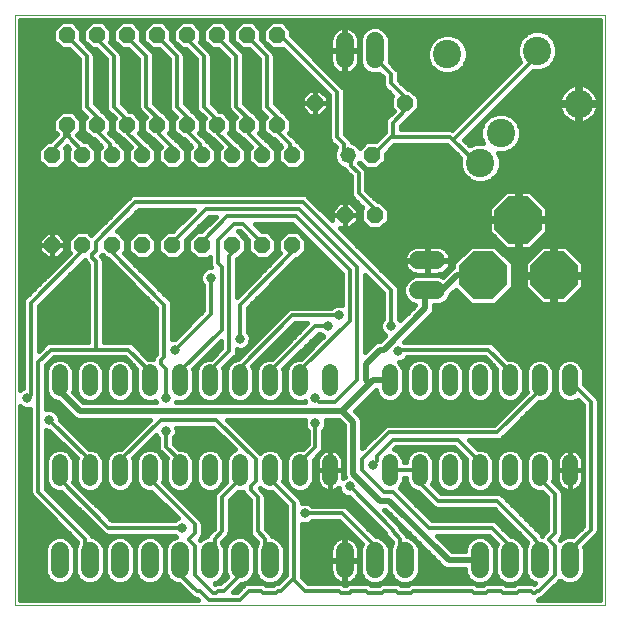
<source format=gtl>
G75*
%MOIN*%
%OFA0B0*%
%FSLAX25Y25*%
%IPPOS*%
%LPD*%
%AMOC8*
5,1,8,0,0,1.08239X$1,22.5*
%
%ADD10C,0.00000*%
%ADD11OC8,0.05200*%
%ADD12C,0.05200*%
%ADD13C,0.05200*%
%ADD14C,0.06000*%
%ADD15C,0.09449*%
%ADD16OC8,0.15748*%
%ADD17C,0.07677*%
%ADD18C,0.01600*%
%ADD19C,0.03600*%
%ADD20C,0.02000*%
%ADD21C,0.01200*%
%ADD22C,0.03200*%
D10*
X0001800Y0001800D02*
X0001800Y0198650D01*
X0198650Y0198650D01*
X0198650Y0001800D01*
X0001800Y0001800D01*
D11*
X0014300Y0121800D03*
X0024300Y0121800D03*
X0034300Y0121800D03*
X0044300Y0121800D03*
X0054300Y0121800D03*
X0064300Y0121800D03*
X0074300Y0121800D03*
X0084300Y0121800D03*
X0094300Y0121800D03*
X0111800Y0131800D03*
X0121800Y0131800D03*
X0120800Y0151800D03*
X0131800Y0169300D03*
X0101800Y0169300D03*
X0089300Y0161800D03*
X0079300Y0161800D03*
X0069300Y0161800D03*
X0059300Y0161800D03*
X0049300Y0161800D03*
X0039300Y0161800D03*
X0029300Y0161800D03*
X0019300Y0161800D03*
X0014300Y0151800D03*
X0024300Y0151800D03*
X0034300Y0151800D03*
X0044300Y0151800D03*
X0054300Y0151800D03*
X0064300Y0151800D03*
X0074300Y0151800D03*
X0084300Y0151800D03*
X0094300Y0151800D03*
X0089300Y0191800D03*
X0079300Y0191800D03*
X0069300Y0191800D03*
X0059300Y0191800D03*
X0049300Y0191800D03*
X0039300Y0191800D03*
X0029300Y0191800D03*
X0019300Y0191800D03*
D12*
X0112800Y0151800D03*
D13*
X0106800Y0079400D02*
X0106800Y0074200D01*
X0096800Y0074200D02*
X0096800Y0079400D01*
X0086800Y0079400D02*
X0086800Y0074200D01*
X0076800Y0074200D02*
X0076800Y0079400D01*
X0066800Y0079400D02*
X0066800Y0074200D01*
X0056800Y0074200D02*
X0056800Y0079400D01*
X0046800Y0079400D02*
X0046800Y0074200D01*
X0036800Y0074200D02*
X0036800Y0079400D01*
X0026800Y0079400D02*
X0026800Y0074200D01*
X0016800Y0074200D02*
X0016800Y0079400D01*
X0016800Y0049400D02*
X0016800Y0044200D01*
X0026800Y0044200D02*
X0026800Y0049400D01*
X0036800Y0049400D02*
X0036800Y0044200D01*
X0046800Y0044200D02*
X0046800Y0049400D01*
X0056800Y0049400D02*
X0056800Y0044200D01*
X0066800Y0044200D02*
X0066800Y0049400D01*
X0076800Y0049400D02*
X0076800Y0044200D01*
X0086800Y0044200D02*
X0086800Y0049400D01*
X0096800Y0049400D02*
X0096800Y0044200D01*
X0106800Y0044200D02*
X0106800Y0049400D01*
X0126800Y0049400D02*
X0126800Y0044200D01*
X0136800Y0044200D02*
X0136800Y0049400D01*
X0146800Y0049400D02*
X0146800Y0044200D01*
X0156800Y0044200D02*
X0156800Y0049400D01*
X0166800Y0049400D02*
X0166800Y0044200D01*
X0176800Y0044200D02*
X0176800Y0049400D01*
X0186800Y0049400D02*
X0186800Y0044200D01*
X0186800Y0074200D02*
X0186800Y0079400D01*
X0176800Y0079400D02*
X0176800Y0074200D01*
X0166800Y0074200D02*
X0166800Y0079400D01*
X0156800Y0079400D02*
X0156800Y0074200D01*
X0146800Y0074200D02*
X0146800Y0079400D01*
X0136800Y0079400D02*
X0136800Y0074200D01*
X0126800Y0074200D02*
X0126800Y0079400D01*
D14*
X0136300Y0106800D02*
X0142300Y0106800D01*
X0142300Y0116800D02*
X0136300Y0116800D01*
X0121800Y0183800D02*
X0121800Y0189800D01*
X0111800Y0189800D02*
X0111800Y0183800D01*
X0111800Y0019800D02*
X0111800Y0013800D01*
X0121800Y0013800D02*
X0121800Y0019800D01*
X0131800Y0019800D02*
X0131800Y0013800D01*
X0156800Y0013800D02*
X0156800Y0019800D01*
X0166800Y0019800D02*
X0166800Y0013800D01*
X0176800Y0013800D02*
X0176800Y0019800D01*
X0186800Y0019800D02*
X0186800Y0013800D01*
X0086800Y0013800D02*
X0086800Y0019800D01*
X0076800Y0019800D02*
X0076800Y0013800D01*
X0066800Y0013800D02*
X0066800Y0019800D01*
X0056800Y0019800D02*
X0056800Y0013800D01*
X0046800Y0013800D02*
X0046800Y0019800D01*
X0036800Y0019800D02*
X0036800Y0013800D01*
X0026800Y0013800D02*
X0026800Y0019800D01*
X0016800Y0019800D02*
X0016800Y0013800D01*
D15*
X0157036Y0149280D03*
X0163729Y0159123D03*
X0189713Y0168965D03*
X0175934Y0186682D03*
X0146013Y0185501D03*
D16*
X0169674Y0130304D03*
X0157863Y0111800D03*
X0181485Y0111800D03*
D17*
X0181485Y0108650D03*
X0181485Y0114950D03*
X0172824Y0130304D03*
X0166524Y0130304D03*
X0157863Y0114950D03*
X0157863Y0108650D03*
D18*
X0162533Y0102506D02*
X0177098Y0102506D01*
X0177478Y0102126D02*
X0171811Y0107793D01*
X0171811Y0111320D01*
X0176517Y0111320D01*
X0176662Y0111606D01*
X0176804Y0111800D01*
X0176662Y0111994D01*
X0176517Y0112280D01*
X0171811Y0112280D01*
X0171811Y0115807D01*
X0177478Y0121474D01*
X0181005Y0121474D01*
X0181005Y0115429D01*
X0181965Y0115429D01*
X0181965Y0121474D01*
X0185492Y0121474D01*
X0191159Y0115807D01*
X0191159Y0112280D01*
X0186453Y0112280D01*
X0186308Y0111994D01*
X0186166Y0111800D01*
X0186308Y0111606D01*
X0186453Y0111320D01*
X0191159Y0111320D01*
X0191159Y0107793D01*
X0185492Y0102126D01*
X0181965Y0102126D01*
X0181965Y0108171D01*
X0181005Y0108171D01*
X0181005Y0102126D01*
X0177478Y0102126D01*
X0175499Y0104105D02*
X0164132Y0104105D01*
X0165730Y0105703D02*
X0173901Y0105703D01*
X0172302Y0107302D02*
X0167329Y0107302D01*
X0167737Y0107710D02*
X0167737Y0115890D01*
X0161953Y0121674D01*
X0153773Y0121674D01*
X0147989Y0115890D01*
X0147989Y0114504D01*
X0147601Y0114343D01*
X0146757Y0113499D01*
X0144541Y0111284D01*
X0143295Y0111800D01*
X0135305Y0111800D01*
X0133468Y0111039D01*
X0132061Y0109632D01*
X0131300Y0107795D01*
X0131300Y0105805D01*
X0132061Y0103968D01*
X0133468Y0102561D01*
X0135305Y0101800D01*
X0135357Y0101800D01*
X0130294Y0096737D01*
X0130252Y0096839D01*
X0129800Y0097291D01*
X0129800Y0107317D01*
X0129404Y0108273D01*
X0110277Y0127400D01*
X0111800Y0127400D01*
X0113623Y0127400D01*
X0116200Y0129977D01*
X0116200Y0131800D01*
X0116200Y0133623D01*
X0113623Y0136200D01*
X0111800Y0136200D01*
X0111800Y0131800D01*
X0111800Y0131800D01*
X0116200Y0131800D01*
X0111800Y0131800D01*
X0111800Y0131800D01*
X0111800Y0131800D01*
X0107400Y0131800D01*
X0107400Y0133623D01*
X0109977Y0136200D01*
X0111800Y0136200D01*
X0111800Y0131800D01*
X0111800Y0127400D01*
X0111800Y0131800D01*
X0111800Y0131800D01*
X0107400Y0131800D01*
X0107400Y0130277D01*
X0100004Y0137673D01*
X0099273Y0138404D01*
X0098317Y0138800D01*
X0041483Y0138800D01*
X0040527Y0138404D01*
X0027364Y0125241D01*
X0026205Y0126400D01*
X0022395Y0126400D01*
X0019700Y0123705D01*
X0019700Y0119895D01*
X0020259Y0119336D01*
X0004996Y0104073D01*
X0004600Y0103117D01*
X0004600Y0074117D01*
X0003961Y0073852D01*
X0003600Y0073491D01*
X0003600Y0196850D01*
X0196850Y0196850D01*
X0196850Y0003600D01*
X0176200Y0003600D01*
X0176673Y0003796D01*
X0176877Y0004000D01*
X0176917Y0004000D01*
X0177873Y0004396D01*
X0178604Y0005127D01*
X0183503Y0010026D01*
X0183968Y0009561D01*
X0185805Y0008800D01*
X0187795Y0008800D01*
X0189632Y0009561D01*
X0191039Y0010968D01*
X0191800Y0012805D01*
X0191800Y0020795D01*
X0191645Y0021168D01*
X0196004Y0025527D01*
X0196400Y0026483D01*
X0196400Y0070117D01*
X0196004Y0071073D01*
X0195273Y0071804D01*
X0191400Y0075677D01*
X0191400Y0080315D01*
X0190700Y0082006D01*
X0189406Y0083300D01*
X0187715Y0084000D01*
X0185885Y0084000D01*
X0184194Y0083300D01*
X0182900Y0082006D01*
X0182200Y0080315D01*
X0182200Y0073285D01*
X0182900Y0071594D01*
X0184194Y0070300D01*
X0185885Y0069600D01*
X0187715Y0069600D01*
X0189406Y0070300D01*
X0189414Y0070309D01*
X0191200Y0068523D01*
X0191200Y0028077D01*
X0187885Y0024762D01*
X0187795Y0024800D01*
X0185805Y0024800D01*
X0183968Y0024039D01*
X0183503Y0023574D01*
X0183377Y0023700D01*
X0184004Y0024327D01*
X0184400Y0025283D01*
X0184400Y0039517D01*
X0184004Y0040473D01*
X0183273Y0041204D01*
X0181339Y0043138D01*
X0181400Y0043285D01*
X0181400Y0050315D01*
X0180700Y0052006D01*
X0179406Y0053300D01*
X0177715Y0054000D01*
X0175885Y0054000D01*
X0174194Y0053300D01*
X0172900Y0052006D01*
X0172200Y0050315D01*
X0172200Y0043285D01*
X0172900Y0041594D01*
X0174194Y0040300D01*
X0175885Y0039600D01*
X0177523Y0039600D01*
X0179200Y0037923D01*
X0179200Y0026877D01*
X0178527Y0026204D01*
X0177796Y0025473D01*
X0177600Y0025000D01*
X0177404Y0025473D01*
X0164804Y0038073D01*
X0164073Y0038804D01*
X0163117Y0039200D01*
X0143877Y0039200D01*
X0140929Y0042148D01*
X0141400Y0043285D01*
X0141400Y0050315D01*
X0140700Y0052006D01*
X0139406Y0053300D01*
X0137715Y0054000D01*
X0135885Y0054000D01*
X0134194Y0053300D01*
X0132900Y0052006D01*
X0132200Y0050315D01*
X0132200Y0049400D01*
X0131400Y0049400D01*
X0131400Y0050315D01*
X0130700Y0052006D01*
X0129406Y0053300D01*
X0128254Y0053777D01*
X0128877Y0054400D01*
X0148323Y0054400D01*
X0152261Y0050462D01*
X0152200Y0050315D01*
X0152200Y0043285D01*
X0152900Y0041594D01*
X0154194Y0040300D01*
X0155885Y0039600D01*
X0157715Y0039600D01*
X0159406Y0040300D01*
X0160700Y0041594D01*
X0161400Y0043285D01*
X0161400Y0050315D01*
X0160700Y0052006D01*
X0159406Y0053300D01*
X0157715Y0054000D01*
X0156077Y0054000D01*
X0153277Y0056800D01*
X0163117Y0056800D01*
X0164073Y0057196D01*
X0164804Y0057927D01*
X0176477Y0069600D01*
X0177715Y0069600D01*
X0179406Y0070300D01*
X0180700Y0071594D01*
X0181400Y0073285D01*
X0181400Y0080315D01*
X0180700Y0082006D01*
X0179406Y0083300D01*
X0177715Y0084000D01*
X0175885Y0084000D01*
X0174194Y0083300D01*
X0172900Y0082006D01*
X0172200Y0080315D01*
X0172200Y0073285D01*
X0172378Y0072855D01*
X0161523Y0062000D01*
X0126083Y0062000D01*
X0125127Y0061604D01*
X0117600Y0054077D01*
X0117600Y0063597D01*
X0117143Y0064699D01*
X0115243Y0066600D01*
X0122200Y0073557D01*
X0122200Y0073285D01*
X0122900Y0071594D01*
X0124194Y0070300D01*
X0125885Y0069600D01*
X0127715Y0069600D01*
X0129406Y0070300D01*
X0130700Y0071594D01*
X0131400Y0073285D01*
X0131400Y0080315D01*
X0130700Y0082006D01*
X0129905Y0082800D01*
X0130316Y0082800D01*
X0131639Y0083348D01*
X0132652Y0084361D01*
X0132668Y0084400D01*
X0158523Y0084400D01*
X0162320Y0080604D01*
X0162200Y0080315D01*
X0162200Y0073285D01*
X0162900Y0071594D01*
X0164194Y0070300D01*
X0165885Y0069600D01*
X0167715Y0069600D01*
X0169406Y0070300D01*
X0170700Y0071594D01*
X0171400Y0073285D01*
X0171400Y0080315D01*
X0170700Y0082006D01*
X0169406Y0083300D01*
X0167715Y0084000D01*
X0166277Y0084000D01*
X0161804Y0088473D01*
X0161073Y0089204D01*
X0160117Y0089600D01*
X0131643Y0089600D01*
X0141143Y0099101D01*
X0141600Y0100203D01*
X0141600Y0101800D01*
X0143295Y0101800D01*
X0145132Y0102561D01*
X0146539Y0103968D01*
X0147125Y0105382D01*
X0148721Y0106978D01*
X0153773Y0101926D01*
X0161953Y0101926D01*
X0167737Y0107710D01*
X0167737Y0108900D02*
X0171811Y0108900D01*
X0171811Y0110499D02*
X0167737Y0110499D01*
X0167737Y0112097D02*
X0176610Y0112097D01*
X0181005Y0112280D02*
X0181005Y0114470D01*
X0181965Y0114470D01*
X0181965Y0112280D01*
X0181005Y0112280D01*
X0181005Y0111320D02*
X0181005Y0109130D01*
X0181965Y0109130D01*
X0181965Y0111320D01*
X0181005Y0111320D01*
X0181005Y0110499D02*
X0181965Y0110499D01*
X0181965Y0113696D02*
X0181005Y0113696D01*
X0181005Y0116893D02*
X0181965Y0116893D01*
X0181965Y0118491D02*
X0181005Y0118491D01*
X0181005Y0120090D02*
X0181965Y0120090D01*
X0176094Y0120090D02*
X0163537Y0120090D01*
X0164608Y0121688D02*
X0115989Y0121688D01*
X0117587Y0120090D02*
X0132802Y0120090D01*
X0132639Y0119927D02*
X0132195Y0119316D01*
X0131852Y0118643D01*
X0131618Y0117924D01*
X0131500Y0117178D01*
X0131500Y0117000D01*
X0139100Y0117000D01*
X0139100Y0121600D01*
X0135922Y0121600D01*
X0135176Y0121482D01*
X0134457Y0121248D01*
X0133784Y0120905D01*
X0133173Y0120461D01*
X0132639Y0119927D01*
X0131803Y0118491D02*
X0119186Y0118491D01*
X0120784Y0116893D02*
X0139100Y0116893D01*
X0139100Y0117000D02*
X0139100Y0116600D01*
X0139500Y0116600D01*
X0139500Y0117000D01*
X0139100Y0117000D01*
X0139500Y0117000D02*
X0139500Y0121600D01*
X0142678Y0121600D01*
X0143424Y0121482D01*
X0144143Y0121248D01*
X0144816Y0120905D01*
X0145427Y0120461D01*
X0145961Y0119927D01*
X0146405Y0119316D01*
X0146748Y0118643D01*
X0146982Y0117924D01*
X0147100Y0117178D01*
X0147100Y0117000D01*
X0139500Y0117000D01*
X0139500Y0116893D02*
X0148992Y0116893D01*
X0147989Y0115294D02*
X0146858Y0115294D01*
X0146748Y0114957D02*
X0146982Y0115676D01*
X0147100Y0116422D01*
X0147100Y0116600D01*
X0139500Y0116600D01*
X0139500Y0112000D01*
X0142678Y0112000D01*
X0143424Y0112118D01*
X0144143Y0112352D01*
X0144816Y0112695D01*
X0145427Y0113139D01*
X0145961Y0113673D01*
X0146405Y0114284D01*
X0146748Y0114957D01*
X0146953Y0113696D02*
X0145978Y0113696D01*
X0145355Y0112097D02*
X0143292Y0112097D01*
X0139500Y0112097D02*
X0139100Y0112097D01*
X0139100Y0112000D02*
X0139100Y0116600D01*
X0131500Y0116600D01*
X0131500Y0116422D01*
X0131618Y0115676D01*
X0131852Y0114957D01*
X0132195Y0114284D01*
X0132639Y0113673D01*
X0133173Y0113139D01*
X0133784Y0112695D01*
X0134457Y0112352D01*
X0135176Y0112118D01*
X0135922Y0112000D01*
X0139100Y0112000D01*
X0139100Y0113696D02*
X0139500Y0113696D01*
X0139500Y0115294D02*
X0139100Y0115294D01*
X0139100Y0118491D02*
X0139500Y0118491D01*
X0139500Y0120090D02*
X0139100Y0120090D01*
X0145798Y0120090D02*
X0152189Y0120090D01*
X0150590Y0118491D02*
X0146797Y0118491D01*
X0135308Y0112097D02*
X0125580Y0112097D01*
X0127178Y0110499D02*
X0132928Y0110499D01*
X0131758Y0108900D02*
X0128777Y0108900D01*
X0129800Y0107302D02*
X0131300Y0107302D01*
X0131342Y0105703D02*
X0129800Y0105703D01*
X0129800Y0104105D02*
X0132004Y0104105D01*
X0133600Y0102506D02*
X0129800Y0102506D01*
X0129800Y0100908D02*
X0134465Y0100908D01*
X0132867Y0099309D02*
X0129800Y0099309D01*
X0129800Y0097711D02*
X0131268Y0097711D01*
X0134958Y0092915D02*
X0196850Y0092915D01*
X0196850Y0091317D02*
X0133359Y0091317D01*
X0131761Y0089718D02*
X0196850Y0089718D01*
X0196850Y0088120D02*
X0162157Y0088120D01*
X0163756Y0086521D02*
X0196850Y0086521D01*
X0196850Y0084923D02*
X0165354Y0084923D01*
X0169347Y0083324D02*
X0174253Y0083324D01*
X0172784Y0081726D02*
X0170816Y0081726D01*
X0171400Y0080127D02*
X0172200Y0080127D01*
X0172200Y0078529D02*
X0171400Y0078529D01*
X0171400Y0076930D02*
X0172200Y0076930D01*
X0172200Y0075332D02*
X0171400Y0075332D01*
X0171400Y0073733D02*
X0172200Y0073733D01*
X0171658Y0072134D02*
X0170923Y0072134D01*
X0170059Y0070536D02*
X0169641Y0070536D01*
X0168461Y0068937D02*
X0117580Y0068937D01*
X0115982Y0067339D02*
X0166862Y0067339D01*
X0165264Y0065740D02*
X0116102Y0065740D01*
X0117374Y0064142D02*
X0163665Y0064142D01*
X0162066Y0062543D02*
X0117600Y0062543D01*
X0117600Y0060945D02*
X0124468Y0060945D01*
X0122869Y0059346D02*
X0117600Y0059346D01*
X0117600Y0057748D02*
X0121271Y0057748D01*
X0119672Y0056149D02*
X0117600Y0056149D01*
X0117600Y0054551D02*
X0118074Y0054551D01*
X0111600Y0054551D02*
X0104600Y0054551D01*
X0104600Y0054083D02*
X0104600Y0059909D01*
X0105052Y0060361D01*
X0105600Y0061684D01*
X0105600Y0063116D01*
X0105400Y0063600D01*
X0109757Y0063600D01*
X0111600Y0061757D01*
X0111600Y0045003D01*
X0111760Y0044617D01*
X0111361Y0044452D01*
X0111200Y0044291D01*
X0111200Y0046800D01*
X0111200Y0049746D01*
X0111092Y0050430D01*
X0110878Y0051089D01*
X0110563Y0051706D01*
X0110156Y0052266D01*
X0109666Y0052756D01*
X0109106Y0053163D01*
X0108489Y0053478D01*
X0107830Y0053692D01*
X0107146Y0053800D01*
X0106800Y0053800D01*
X0106800Y0046800D01*
X0106800Y0046800D01*
X0111200Y0046800D01*
X0106800Y0046800D01*
X0106800Y0046800D01*
X0106800Y0039800D01*
X0107146Y0039800D01*
X0107830Y0039908D01*
X0108489Y0040122D01*
X0109106Y0040437D01*
X0109666Y0040844D01*
X0109800Y0040977D01*
X0109800Y0040684D01*
X0110348Y0039361D01*
X0111361Y0038348D01*
X0112684Y0037800D01*
X0113323Y0037800D01*
X0125200Y0025923D01*
X0125200Y0025883D01*
X0125596Y0024927D01*
X0127600Y0022923D01*
X0127600Y0022671D01*
X0127561Y0022632D01*
X0126800Y0020795D01*
X0126800Y0012805D01*
X0127561Y0010968D01*
X0128968Y0009561D01*
X0130805Y0008800D01*
X0132795Y0008800D01*
X0134632Y0009561D01*
X0136039Y0010968D01*
X0136800Y0012805D01*
X0136800Y0020795D01*
X0136039Y0022632D01*
X0134632Y0024039D01*
X0132795Y0024800D01*
X0132683Y0024800D01*
X0132404Y0025473D01*
X0131673Y0026204D01*
X0130400Y0027477D01*
X0130400Y0027517D01*
X0130004Y0028473D01*
X0129273Y0029204D01*
X0124877Y0033600D01*
X0125357Y0033600D01*
X0144701Y0014257D01*
X0145803Y0013800D01*
X0151800Y0013800D01*
X0151800Y0012805D01*
X0152561Y0010968D01*
X0153968Y0009561D01*
X0155805Y0008800D01*
X0157795Y0008800D01*
X0159632Y0009561D01*
X0161039Y0010968D01*
X0161800Y0012805D01*
X0162561Y0010968D01*
X0163968Y0009561D01*
X0165805Y0008800D01*
X0167795Y0008800D01*
X0169632Y0009561D01*
X0171039Y0010968D01*
X0171800Y0012805D01*
X0171800Y0020795D01*
X0171039Y0022632D01*
X0169632Y0024039D01*
X0167795Y0024800D01*
X0167277Y0024800D01*
X0162273Y0029804D01*
X0161317Y0030200D01*
X0140877Y0030200D01*
X0130091Y0040986D01*
X0130700Y0041594D01*
X0131400Y0043285D01*
X0131400Y0044200D01*
X0132200Y0044200D01*
X0132200Y0043285D01*
X0132900Y0041594D01*
X0134194Y0040300D01*
X0135885Y0039600D01*
X0136123Y0039600D01*
X0141327Y0034396D01*
X0142283Y0034000D01*
X0143317Y0034000D01*
X0161523Y0034000D01*
X0172600Y0022923D01*
X0172600Y0022883D01*
X0172662Y0022733D01*
X0172561Y0022632D01*
X0171800Y0020795D01*
X0171800Y0012805D01*
X0172561Y0010968D01*
X0173968Y0009561D01*
X0175061Y0009108D01*
X0174900Y0009041D01*
X0174517Y0009200D01*
X0169283Y0009200D01*
X0168327Y0008804D01*
X0168123Y0008600D01*
X0165477Y0008600D01*
X0165273Y0008804D01*
X0164317Y0009200D01*
X0159083Y0009200D01*
X0158127Y0008804D01*
X0157923Y0008600D01*
X0155877Y0008600D01*
X0155673Y0008804D01*
X0154717Y0009200D01*
X0133883Y0009200D01*
X0132927Y0008804D01*
X0132723Y0008600D01*
X0130677Y0008600D01*
X0130473Y0008804D01*
X0129517Y0009200D01*
X0124283Y0009200D01*
X0123327Y0008804D01*
X0123123Y0008600D01*
X0120477Y0008600D01*
X0120273Y0008804D01*
X0119317Y0009200D01*
X0113483Y0009200D01*
X0112527Y0008804D01*
X0112323Y0008600D01*
X0111477Y0008600D01*
X0111273Y0008804D01*
X0110317Y0009200D01*
X0099477Y0009200D01*
X0097400Y0011277D01*
X0097400Y0028918D01*
X0097684Y0028800D01*
X0099116Y0028800D01*
X0100439Y0029348D01*
X0100891Y0029800D01*
X0109923Y0029800D01*
X0117423Y0022300D01*
X0116800Y0020795D01*
X0116800Y0012805D01*
X0117561Y0010968D01*
X0118968Y0009561D01*
X0120805Y0008800D01*
X0122795Y0008800D01*
X0124632Y0009561D01*
X0126039Y0010968D01*
X0126800Y0012805D01*
X0126800Y0020795D01*
X0126039Y0022632D01*
X0124632Y0024039D01*
X0122795Y0024800D01*
X0122277Y0024800D01*
X0112473Y0034604D01*
X0111517Y0035000D01*
X0100891Y0035000D01*
X0100439Y0035452D01*
X0099116Y0036000D01*
X0097684Y0036000D01*
X0097400Y0035882D01*
X0097400Y0036517D01*
X0097004Y0037473D01*
X0096273Y0038204D01*
X0091339Y0043138D01*
X0091400Y0043285D01*
X0091400Y0050315D01*
X0090700Y0052006D01*
X0089406Y0053300D01*
X0087715Y0054000D01*
X0085885Y0054000D01*
X0084194Y0053300D01*
X0083586Y0052691D01*
X0072677Y0063600D01*
X0098600Y0063600D01*
X0098400Y0063116D01*
X0098400Y0061684D01*
X0098948Y0060361D01*
X0099400Y0059909D01*
X0099400Y0055677D01*
X0097721Y0053998D01*
X0097715Y0054000D01*
X0095885Y0054000D01*
X0094194Y0053300D01*
X0092900Y0052006D01*
X0092200Y0050315D01*
X0092200Y0043285D01*
X0092900Y0041594D01*
X0094194Y0040300D01*
X0095885Y0039600D01*
X0097715Y0039600D01*
X0099406Y0040300D01*
X0100700Y0041594D01*
X0101400Y0043285D01*
X0101400Y0050315D01*
X0101398Y0050321D01*
X0103473Y0052396D01*
X0104204Y0053127D01*
X0104600Y0054083D01*
X0105111Y0053478D02*
X0104494Y0053163D01*
X0103934Y0052756D01*
X0103444Y0052266D01*
X0103037Y0051706D01*
X0102722Y0051089D01*
X0102508Y0050430D01*
X0102400Y0049746D01*
X0102400Y0046800D01*
X0106800Y0046800D01*
X0106800Y0046800D01*
X0106800Y0046800D01*
X0106800Y0053800D01*
X0106454Y0053800D01*
X0105770Y0053692D01*
X0105111Y0053478D01*
X0104204Y0052952D02*
X0104029Y0052952D01*
X0102857Y0051354D02*
X0102431Y0051354D01*
X0102401Y0049755D02*
X0101400Y0049755D01*
X0101400Y0048157D02*
X0102400Y0048157D01*
X0102400Y0046800D02*
X0102400Y0043854D01*
X0102508Y0043170D01*
X0102722Y0042511D01*
X0103037Y0041894D01*
X0103444Y0041334D01*
X0103934Y0040844D01*
X0104494Y0040437D01*
X0105111Y0040122D01*
X0105770Y0039908D01*
X0106454Y0039800D01*
X0106800Y0039800D01*
X0106800Y0046800D01*
X0102400Y0046800D01*
X0102400Y0046558D02*
X0101400Y0046558D01*
X0101400Y0044960D02*
X0102400Y0044960D01*
X0102478Y0043361D02*
X0101400Y0043361D01*
X0100769Y0041763D02*
X0103132Y0041763D01*
X0105029Y0040164D02*
X0099077Y0040164D01*
X0095911Y0038566D02*
X0111143Y0038566D01*
X0110015Y0040164D02*
X0108571Y0040164D01*
X0106800Y0040164D02*
X0106800Y0040164D01*
X0106800Y0041763D02*
X0106800Y0041763D01*
X0106800Y0043361D02*
X0106800Y0043361D01*
X0106800Y0044960D02*
X0106800Y0044960D01*
X0106800Y0046558D02*
X0106800Y0046558D01*
X0106800Y0048157D02*
X0106800Y0048157D01*
X0106800Y0049755D02*
X0106800Y0049755D01*
X0106800Y0051354D02*
X0106800Y0051354D01*
X0106800Y0052952D02*
X0106800Y0052952D01*
X0109396Y0052952D02*
X0111600Y0052952D01*
X0111600Y0051354D02*
X0110743Y0051354D01*
X0111199Y0049755D02*
X0111600Y0049755D01*
X0111600Y0048157D02*
X0111200Y0048157D01*
X0111200Y0046558D02*
X0111600Y0046558D01*
X0111618Y0044960D02*
X0111200Y0044960D01*
X0114156Y0036967D02*
X0097214Y0036967D01*
X0100522Y0035369D02*
X0115754Y0035369D01*
X0117353Y0033770D02*
X0113307Y0033770D01*
X0114905Y0032172D02*
X0118951Y0032172D01*
X0120550Y0030573D02*
X0116504Y0030573D01*
X0118102Y0028975D02*
X0122148Y0028975D01*
X0123747Y0027376D02*
X0119701Y0027376D01*
X0121299Y0025778D02*
X0125244Y0025778D01*
X0124293Y0024179D02*
X0126344Y0024179D01*
X0126060Y0022581D02*
X0127540Y0022581D01*
X0126878Y0020982D02*
X0126722Y0020982D01*
X0126800Y0019384D02*
X0126800Y0019384D01*
X0126800Y0017785D02*
X0126800Y0017785D01*
X0126800Y0016187D02*
X0126800Y0016187D01*
X0126800Y0014588D02*
X0126800Y0014588D01*
X0126800Y0012990D02*
X0126800Y0012990D01*
X0126214Y0011391D02*
X0127386Y0011391D01*
X0128736Y0009793D02*
X0124864Y0009793D01*
X0118736Y0009793D02*
X0114450Y0009793D01*
X0114316Y0009695D02*
X0114927Y0010139D01*
X0115461Y0010673D01*
X0115905Y0011284D01*
X0116248Y0011957D01*
X0116482Y0012676D01*
X0116600Y0013422D01*
X0116600Y0016600D01*
X0112000Y0016600D01*
X0112000Y0017000D01*
X0116600Y0017000D01*
X0116600Y0020178D01*
X0116482Y0020924D01*
X0116248Y0021643D01*
X0115905Y0022316D01*
X0115461Y0022927D01*
X0114927Y0023461D01*
X0114316Y0023905D01*
X0113643Y0024248D01*
X0112924Y0024482D01*
X0112178Y0024600D01*
X0112000Y0024600D01*
X0112000Y0017000D01*
X0111600Y0017000D01*
X0111600Y0024600D01*
X0111422Y0024600D01*
X0110676Y0024482D01*
X0109957Y0024248D01*
X0109284Y0023905D01*
X0108673Y0023461D01*
X0108139Y0022927D01*
X0107695Y0022316D01*
X0107352Y0021643D01*
X0107118Y0020924D01*
X0107000Y0020178D01*
X0107000Y0017000D01*
X0111600Y0017000D01*
X0111600Y0016600D01*
X0112000Y0016600D01*
X0112000Y0009000D01*
X0112178Y0009000D01*
X0112924Y0009118D01*
X0113643Y0009352D01*
X0114316Y0009695D01*
X0112000Y0009793D02*
X0111600Y0009793D01*
X0111600Y0009000D02*
X0111600Y0016600D01*
X0107000Y0016600D01*
X0107000Y0013422D01*
X0107118Y0012676D01*
X0107352Y0011957D01*
X0107695Y0011284D01*
X0108139Y0010673D01*
X0108673Y0010139D01*
X0109284Y0009695D01*
X0109957Y0009352D01*
X0110676Y0009118D01*
X0111422Y0009000D01*
X0111600Y0009000D01*
X0111600Y0011391D02*
X0112000Y0011391D01*
X0112000Y0012990D02*
X0111600Y0012990D01*
X0111600Y0014588D02*
X0112000Y0014588D01*
X0112000Y0016187D02*
X0111600Y0016187D01*
X0111600Y0017785D02*
X0112000Y0017785D01*
X0112000Y0019384D02*
X0111600Y0019384D01*
X0111600Y0020982D02*
X0112000Y0020982D01*
X0112000Y0022581D02*
X0111600Y0022581D01*
X0111600Y0024179D02*
X0112000Y0024179D01*
X0113778Y0024179D02*
X0115544Y0024179D01*
X0115713Y0022581D02*
X0117142Y0022581D01*
X0116878Y0020982D02*
X0116463Y0020982D01*
X0116600Y0019384D02*
X0116800Y0019384D01*
X0116800Y0017785D02*
X0116600Y0017785D01*
X0116600Y0016187D02*
X0116800Y0016187D01*
X0116800Y0014588D02*
X0116600Y0014588D01*
X0116531Y0012990D02*
X0116800Y0012990D01*
X0117386Y0011391D02*
X0115960Y0011391D01*
X0109150Y0009793D02*
X0098884Y0009793D01*
X0097400Y0011391D02*
X0107640Y0011391D01*
X0107069Y0012990D02*
X0097400Y0012990D01*
X0097400Y0014588D02*
X0107000Y0014588D01*
X0107000Y0016187D02*
X0097400Y0016187D01*
X0097400Y0017785D02*
X0107000Y0017785D01*
X0107000Y0019384D02*
X0097400Y0019384D01*
X0097400Y0020982D02*
X0107137Y0020982D01*
X0107887Y0022581D02*
X0097400Y0022581D01*
X0097400Y0024179D02*
X0109822Y0024179D01*
X0112347Y0027376D02*
X0097400Y0027376D01*
X0097400Y0025778D02*
X0113945Y0025778D01*
X0110748Y0028975D02*
X0099538Y0028975D01*
X0092200Y0028975D02*
X0085400Y0028975D01*
X0085400Y0027477D02*
X0085400Y0038317D01*
X0085004Y0039273D01*
X0084273Y0040004D01*
X0083477Y0040800D01*
X0083586Y0040909D01*
X0084194Y0040300D01*
X0085885Y0039600D01*
X0087523Y0039600D01*
X0092200Y0034923D01*
X0092200Y0011877D01*
X0089523Y0009200D01*
X0088883Y0009200D01*
X0087927Y0008804D01*
X0087723Y0008600D01*
X0085677Y0008600D01*
X0085473Y0008804D01*
X0084517Y0009200D01*
X0079283Y0009200D01*
X0078327Y0008804D01*
X0075723Y0006200D01*
X0074677Y0006200D01*
X0077277Y0008800D01*
X0077795Y0008800D01*
X0079632Y0009561D01*
X0081039Y0010968D01*
X0081800Y0012805D01*
X0082561Y0010968D01*
X0083968Y0009561D01*
X0085805Y0008800D01*
X0087795Y0008800D01*
X0089632Y0009561D01*
X0091039Y0010968D01*
X0091800Y0012805D01*
X0091800Y0020795D01*
X0091039Y0022632D01*
X0089632Y0024039D01*
X0087795Y0024800D01*
X0087683Y0024800D01*
X0087404Y0025473D01*
X0086673Y0026204D01*
X0085400Y0027477D01*
X0085501Y0027376D02*
X0092200Y0027376D01*
X0092200Y0025778D02*
X0087099Y0025778D01*
X0089293Y0024179D02*
X0092200Y0024179D01*
X0092200Y0022581D02*
X0091060Y0022581D01*
X0091722Y0020982D02*
X0092200Y0020982D01*
X0092200Y0019384D02*
X0091800Y0019384D01*
X0091800Y0017785D02*
X0092200Y0017785D01*
X0092200Y0016187D02*
X0091800Y0016187D01*
X0091800Y0014588D02*
X0092200Y0014588D01*
X0092200Y0012990D02*
X0091800Y0012990D01*
X0091714Y0011391D02*
X0091214Y0011391D01*
X0090116Y0009793D02*
X0089864Y0009793D01*
X0083736Y0009793D02*
X0079864Y0009793D01*
X0081214Y0011391D02*
X0082386Y0011391D01*
X0081800Y0012805D02*
X0081800Y0020795D01*
X0082561Y0022632D01*
X0082600Y0022671D01*
X0082600Y0022923D01*
X0080596Y0024927D01*
X0080200Y0025883D01*
X0080200Y0036723D01*
X0078196Y0038727D01*
X0077817Y0039642D01*
X0077715Y0039600D01*
X0076277Y0039600D01*
X0073400Y0036723D01*
X0073400Y0025883D01*
X0073004Y0024927D01*
X0071000Y0022923D01*
X0071000Y0022671D01*
X0071039Y0022632D01*
X0071800Y0020795D01*
X0071800Y0012805D01*
X0071039Y0010968D01*
X0069632Y0009561D01*
X0068418Y0009058D01*
X0068513Y0008964D01*
X0069083Y0009200D01*
X0070323Y0009200D01*
X0072423Y0011300D01*
X0071800Y0012805D01*
X0071800Y0020795D01*
X0072561Y0022632D01*
X0073968Y0024039D01*
X0075805Y0024800D01*
X0077795Y0024800D01*
X0079632Y0024039D01*
X0081039Y0022632D01*
X0081800Y0020795D01*
X0081800Y0012805D01*
X0081800Y0012990D02*
X0081800Y0012990D01*
X0081800Y0014588D02*
X0081800Y0014588D01*
X0081800Y0016187D02*
X0081800Y0016187D01*
X0081800Y0017785D02*
X0081800Y0017785D01*
X0081800Y0019384D02*
X0081800Y0019384D01*
X0081722Y0020982D02*
X0081878Y0020982D01*
X0082540Y0022581D02*
X0081060Y0022581D01*
X0081344Y0024179D02*
X0079293Y0024179D01*
X0080244Y0025778D02*
X0073356Y0025778D01*
X0073400Y0027376D02*
X0080200Y0027376D01*
X0080200Y0028975D02*
X0073400Y0028975D01*
X0073400Y0030573D02*
X0080200Y0030573D01*
X0080200Y0032172D02*
X0073400Y0032172D01*
X0073400Y0033770D02*
X0080200Y0033770D01*
X0080200Y0035369D02*
X0073400Y0035369D01*
X0073644Y0036967D02*
X0079956Y0036967D01*
X0078357Y0038566D02*
X0075243Y0038566D01*
X0071086Y0041763D02*
X0070769Y0041763D01*
X0070700Y0041594D02*
X0071400Y0043285D01*
X0071400Y0050315D01*
X0070700Y0052006D01*
X0069406Y0053300D01*
X0067715Y0054000D01*
X0065885Y0054000D01*
X0064194Y0053300D01*
X0062900Y0052006D01*
X0062200Y0050315D01*
X0062200Y0043285D01*
X0062900Y0041594D01*
X0064194Y0040300D01*
X0065885Y0039600D01*
X0067715Y0039600D01*
X0069406Y0040300D01*
X0070700Y0041594D01*
X0069487Y0040164D02*
X0069077Y0040164D01*
X0069327Y0040004D02*
X0068596Y0039273D01*
X0068200Y0038317D01*
X0068200Y0027477D01*
X0066927Y0026204D01*
X0066196Y0025473D01*
X0065917Y0024800D01*
X0065805Y0024800D01*
X0063968Y0024039D01*
X0063503Y0023574D01*
X0063377Y0023700D01*
X0064004Y0024327D01*
X0064400Y0025283D01*
X0064400Y0029317D01*
X0064004Y0030273D01*
X0063273Y0031004D01*
X0051280Y0042996D01*
X0051400Y0043285D01*
X0051400Y0050315D01*
X0050700Y0052006D01*
X0049406Y0053300D01*
X0047715Y0054000D01*
X0045885Y0054000D01*
X0044194Y0053300D01*
X0042900Y0052006D01*
X0042200Y0050315D01*
X0042200Y0043285D01*
X0042900Y0041594D01*
X0044194Y0040300D01*
X0045885Y0039600D01*
X0047323Y0039600D01*
X0056063Y0030860D01*
X0055561Y0030652D01*
X0055109Y0030200D01*
X0034077Y0030200D01*
X0021280Y0042996D01*
X0021400Y0043285D01*
X0021400Y0050315D01*
X0020700Y0052006D01*
X0019406Y0053300D01*
X0017715Y0054000D01*
X0015885Y0054000D01*
X0014194Y0053300D01*
X0012900Y0052006D01*
X0012200Y0050315D01*
X0012200Y0043285D01*
X0012900Y0041594D01*
X0014194Y0040300D01*
X0015885Y0039600D01*
X0017323Y0039600D01*
X0030796Y0026127D01*
X0031527Y0025396D01*
X0032483Y0025000D01*
X0055109Y0025000D01*
X0055454Y0024655D01*
X0053968Y0024039D01*
X0052561Y0022632D01*
X0051800Y0020795D01*
X0051039Y0022632D01*
X0049632Y0024039D01*
X0047795Y0024800D01*
X0045805Y0024800D01*
X0043968Y0024039D01*
X0042561Y0022632D01*
X0041800Y0020795D01*
X0041800Y0012805D01*
X0042561Y0010968D01*
X0043968Y0009561D01*
X0045805Y0008800D01*
X0047795Y0008800D01*
X0049632Y0009561D01*
X0051039Y0010968D01*
X0051800Y0012805D01*
X0051800Y0020795D01*
X0051800Y0012805D01*
X0052561Y0010968D01*
X0053968Y0009561D01*
X0055805Y0008800D01*
X0056523Y0008800D01*
X0060927Y0004396D01*
X0061883Y0004000D01*
X0062523Y0004000D01*
X0062923Y0003600D01*
X0003600Y0003600D01*
X0003600Y0068109D01*
X0003961Y0067748D01*
X0005284Y0067200D01*
X0006716Y0067200D01*
X0007000Y0067318D01*
X0007000Y0039083D01*
X0007396Y0038127D01*
X0022600Y0022923D01*
X0022600Y0022671D01*
X0022561Y0022632D01*
X0021800Y0020795D01*
X0021039Y0022632D01*
X0019632Y0024039D01*
X0017795Y0024800D01*
X0015805Y0024800D01*
X0013968Y0024039D01*
X0012561Y0022632D01*
X0011800Y0020795D01*
X0011800Y0012805D01*
X0012561Y0010968D01*
X0013968Y0009561D01*
X0015805Y0008800D01*
X0017795Y0008800D01*
X0019632Y0009561D01*
X0021039Y0010968D01*
X0021800Y0012805D01*
X0021800Y0020795D01*
X0021800Y0012805D01*
X0022561Y0010968D01*
X0023968Y0009561D01*
X0025805Y0008800D01*
X0027795Y0008800D01*
X0029632Y0009561D01*
X0031039Y0010968D01*
X0031800Y0012805D01*
X0032561Y0010968D01*
X0033968Y0009561D01*
X0035805Y0008800D01*
X0037795Y0008800D01*
X0039632Y0009561D01*
X0041039Y0010968D01*
X0041800Y0012805D01*
X0041800Y0020795D01*
X0041039Y0022632D01*
X0039632Y0024039D01*
X0037795Y0024800D01*
X0035805Y0024800D01*
X0033968Y0024039D01*
X0032561Y0022632D01*
X0031800Y0020795D01*
X0031800Y0012805D01*
X0031800Y0020795D01*
X0031039Y0022632D01*
X0029632Y0024039D01*
X0027795Y0024800D01*
X0027683Y0024800D01*
X0027404Y0025473D01*
X0026673Y0026204D01*
X0012200Y0040677D01*
X0012200Y0060118D01*
X0012484Y0060000D01*
X0013123Y0060000D01*
X0022378Y0050745D01*
X0022200Y0050315D01*
X0022200Y0043285D01*
X0022900Y0041594D01*
X0024194Y0040300D01*
X0025885Y0039600D01*
X0027715Y0039600D01*
X0029406Y0040300D01*
X0030700Y0041594D01*
X0031400Y0043285D01*
X0031400Y0050315D01*
X0030700Y0052006D01*
X0029406Y0053300D01*
X0027715Y0054000D01*
X0026477Y0054000D01*
X0016800Y0063677D01*
X0016800Y0064316D01*
X0016252Y0065639D01*
X0015239Y0066652D01*
X0013916Y0067200D01*
X0012484Y0067200D01*
X0012200Y0067082D01*
X0012200Y0081723D01*
X0014877Y0084400D01*
X0038523Y0084400D01*
X0042320Y0080604D01*
X0042200Y0080315D01*
X0042200Y0073285D01*
X0042900Y0071594D01*
X0044194Y0070300D01*
X0045885Y0069600D01*
X0047715Y0069600D01*
X0048641Y0069984D01*
X0048800Y0069600D01*
X0024643Y0069600D01*
X0021270Y0072972D01*
X0021400Y0073285D01*
X0021400Y0080315D01*
X0020700Y0082006D01*
X0019406Y0083300D01*
X0017715Y0084000D01*
X0015885Y0084000D01*
X0014194Y0083300D01*
X0012900Y0082006D01*
X0012200Y0080315D01*
X0012200Y0073285D01*
X0012900Y0071594D01*
X0014194Y0070300D01*
X0015885Y0069600D01*
X0016157Y0069600D01*
X0020857Y0064901D01*
X0021701Y0064057D01*
X0022803Y0063600D01*
X0046723Y0063600D01*
X0037123Y0054000D01*
X0035885Y0054000D01*
X0034194Y0053300D01*
X0032900Y0052006D01*
X0032200Y0050315D01*
X0032200Y0043285D01*
X0032900Y0041594D01*
X0034194Y0040300D01*
X0035885Y0039600D01*
X0037715Y0039600D01*
X0039406Y0040300D01*
X0040700Y0041594D01*
X0041400Y0043285D01*
X0041400Y0050315D01*
X0041222Y0050745D01*
X0048940Y0058463D01*
X0049148Y0057961D01*
X0049600Y0057509D01*
X0049600Y0054083D01*
X0049996Y0053127D01*
X0050727Y0052396D01*
X0052378Y0050745D01*
X0052200Y0050315D01*
X0052200Y0043285D01*
X0052900Y0041594D01*
X0054194Y0040300D01*
X0055885Y0039600D01*
X0057715Y0039600D01*
X0059406Y0040300D01*
X0060700Y0041594D01*
X0061400Y0043285D01*
X0061400Y0050315D01*
X0060700Y0052006D01*
X0059406Y0053300D01*
X0057715Y0054000D01*
X0056477Y0054000D01*
X0054800Y0055677D01*
X0054800Y0057509D01*
X0055252Y0057961D01*
X0055800Y0059284D01*
X0055800Y0060716D01*
X0055682Y0061000D01*
X0067923Y0061000D01*
X0075205Y0053718D01*
X0074194Y0053300D01*
X0072900Y0052006D01*
X0072200Y0050315D01*
X0072200Y0043285D01*
X0072320Y0042996D01*
X0069327Y0040004D01*
X0068303Y0038566D02*
X0055711Y0038566D01*
X0054523Y0040164D02*
X0054113Y0040164D01*
X0052831Y0041763D02*
X0052514Y0041763D01*
X0052200Y0043361D02*
X0051400Y0043361D01*
X0051400Y0044960D02*
X0052200Y0044960D01*
X0052200Y0046558D02*
X0051400Y0046558D01*
X0051400Y0048157D02*
X0052200Y0048157D01*
X0052200Y0049755D02*
X0051400Y0049755D01*
X0051769Y0051354D02*
X0050970Y0051354D01*
X0050171Y0052952D02*
X0049753Y0052952D01*
X0049600Y0054551D02*
X0045028Y0054551D01*
X0043847Y0052952D02*
X0043429Y0052952D01*
X0042630Y0051354D02*
X0041831Y0051354D01*
X0042200Y0049755D02*
X0041400Y0049755D01*
X0041400Y0048157D02*
X0042200Y0048157D01*
X0042200Y0046558D02*
X0041400Y0046558D01*
X0041400Y0044960D02*
X0042200Y0044960D01*
X0042200Y0043361D02*
X0041400Y0043361D01*
X0040769Y0041763D02*
X0042831Y0041763D01*
X0044523Y0040164D02*
X0039077Y0040164D01*
X0034523Y0040164D02*
X0029077Y0040164D01*
X0030769Y0041763D02*
X0032831Y0041763D01*
X0032200Y0043361D02*
X0031400Y0043361D01*
X0031400Y0044960D02*
X0032200Y0044960D01*
X0032200Y0046558D02*
X0031400Y0046558D01*
X0031400Y0048157D02*
X0032200Y0048157D01*
X0032200Y0049755D02*
X0031400Y0049755D01*
X0030970Y0051354D02*
X0032630Y0051354D01*
X0033847Y0052952D02*
X0029753Y0052952D01*
X0025926Y0054551D02*
X0037674Y0054551D01*
X0039272Y0056149D02*
X0024328Y0056149D01*
X0022729Y0057748D02*
X0040871Y0057748D01*
X0042469Y0059346D02*
X0021131Y0059346D01*
X0019532Y0060945D02*
X0044068Y0060945D01*
X0045666Y0062543D02*
X0017934Y0062543D01*
X0016800Y0064142D02*
X0021615Y0064142D01*
X0020017Y0065740D02*
X0016151Y0065740D01*
X0018418Y0067339D02*
X0012200Y0067339D01*
X0012200Y0068937D02*
X0016820Y0068937D01*
X0013959Y0070536D02*
X0012200Y0070536D01*
X0012200Y0072134D02*
X0012677Y0072134D01*
X0012200Y0073733D02*
X0012200Y0073733D01*
X0012200Y0075332D02*
X0012200Y0075332D01*
X0012200Y0076930D02*
X0012200Y0076930D01*
X0012200Y0078529D02*
X0012200Y0078529D01*
X0012200Y0080127D02*
X0012200Y0080127D01*
X0012203Y0081726D02*
X0012784Y0081726D01*
X0013801Y0083324D02*
X0014253Y0083324D01*
X0019347Y0083324D02*
X0024253Y0083324D01*
X0024194Y0083300D02*
X0022900Y0082006D01*
X0022200Y0080315D01*
X0022200Y0073285D01*
X0022900Y0071594D01*
X0024194Y0070300D01*
X0025885Y0069600D01*
X0027715Y0069600D01*
X0029406Y0070300D01*
X0030700Y0071594D01*
X0031400Y0073285D01*
X0031400Y0080315D01*
X0030700Y0082006D01*
X0029406Y0083300D01*
X0027715Y0084000D01*
X0025885Y0084000D01*
X0024194Y0083300D01*
X0022784Y0081726D02*
X0020816Y0081726D01*
X0021400Y0080127D02*
X0022200Y0080127D01*
X0022200Y0078529D02*
X0021400Y0078529D01*
X0021400Y0076930D02*
X0022200Y0076930D01*
X0022200Y0075332D02*
X0021400Y0075332D01*
X0021400Y0073733D02*
X0022200Y0073733D01*
X0022108Y0072134D02*
X0022677Y0072134D01*
X0023707Y0070536D02*
X0023959Y0070536D01*
X0029641Y0070536D02*
X0033959Y0070536D01*
X0034194Y0070300D02*
X0035885Y0069600D01*
X0037715Y0069600D01*
X0039406Y0070300D01*
X0040700Y0071594D01*
X0041400Y0073285D01*
X0041400Y0080315D01*
X0040700Y0082006D01*
X0039406Y0083300D01*
X0037715Y0084000D01*
X0035885Y0084000D01*
X0034194Y0083300D01*
X0032900Y0082006D01*
X0032200Y0080315D01*
X0032200Y0073285D01*
X0032900Y0071594D01*
X0034194Y0070300D01*
X0032677Y0072134D02*
X0030923Y0072134D01*
X0031400Y0073733D02*
X0032200Y0073733D01*
X0032200Y0075332D02*
X0031400Y0075332D01*
X0031400Y0076930D02*
X0032200Y0076930D01*
X0032200Y0078529D02*
X0031400Y0078529D01*
X0031400Y0080127D02*
X0032200Y0080127D01*
X0032784Y0081726D02*
X0030816Y0081726D01*
X0029347Y0083324D02*
X0034253Y0083324D01*
X0039347Y0083324D02*
X0039599Y0083324D01*
X0040816Y0081726D02*
X0041197Y0081726D01*
X0041400Y0080127D02*
X0042200Y0080127D01*
X0042200Y0078529D02*
X0041400Y0078529D01*
X0041400Y0076930D02*
X0042200Y0076930D01*
X0042200Y0075332D02*
X0041400Y0075332D01*
X0041400Y0073733D02*
X0042200Y0073733D01*
X0042677Y0072134D02*
X0040923Y0072134D01*
X0039641Y0070536D02*
X0043959Y0070536D01*
X0055600Y0069600D02*
X0055641Y0069701D01*
X0055885Y0069600D01*
X0057715Y0069600D01*
X0059406Y0070300D01*
X0060700Y0071594D01*
X0061400Y0073285D01*
X0061400Y0080315D01*
X0061339Y0080462D01*
X0070600Y0089723D01*
X0070600Y0087477D01*
X0067123Y0084000D01*
X0065885Y0084000D01*
X0064194Y0083300D01*
X0062900Y0082006D01*
X0062200Y0080315D01*
X0062200Y0073285D01*
X0062900Y0071594D01*
X0064194Y0070300D01*
X0065885Y0069600D01*
X0067715Y0069600D01*
X0069406Y0070300D01*
X0070700Y0071594D01*
X0071400Y0073285D01*
X0071400Y0080315D01*
X0071222Y0080745D01*
X0074673Y0084196D01*
X0075404Y0084927D01*
X0075800Y0085883D01*
X0075800Y0087118D01*
X0076084Y0087000D01*
X0077516Y0087000D01*
X0078839Y0087548D01*
X0079852Y0088561D01*
X0080400Y0089884D01*
X0080400Y0091316D01*
X0079852Y0092639D01*
X0079400Y0093091D01*
X0079400Y0100923D01*
X0095673Y0117196D01*
X0095677Y0117200D01*
X0096205Y0117200D01*
X0098900Y0119895D01*
X0098900Y0123705D01*
X0096205Y0126400D01*
X0092395Y0126400D01*
X0089700Y0123705D01*
X0089700Y0119895D01*
X0090359Y0119236D01*
X0075800Y0104677D01*
X0075800Y0117123D01*
X0075873Y0117196D01*
X0075877Y0117200D01*
X0076205Y0117200D01*
X0078900Y0119895D01*
X0078900Y0123705D01*
X0076205Y0126400D01*
X0076077Y0126400D01*
X0076923Y0126400D01*
X0079700Y0123623D01*
X0079700Y0119895D01*
X0082395Y0117200D01*
X0086205Y0117200D01*
X0088900Y0119895D01*
X0088900Y0123705D01*
X0086205Y0126400D01*
X0084277Y0126400D01*
X0081877Y0128800D01*
X0094323Y0128800D01*
X0110800Y0112323D01*
X0110800Y0101882D01*
X0110516Y0102000D01*
X0109084Y0102000D01*
X0107761Y0101452D01*
X0107309Y0101000D01*
X0093683Y0101000D01*
X0092727Y0100604D01*
X0076123Y0084000D01*
X0075885Y0084000D01*
X0074194Y0083300D01*
X0072900Y0082006D01*
X0072200Y0080315D01*
X0072200Y0073285D01*
X0072900Y0071594D01*
X0074194Y0070300D01*
X0075885Y0069600D01*
X0077715Y0069600D01*
X0079406Y0070300D01*
X0080700Y0071594D01*
X0081400Y0073285D01*
X0081400Y0080315D01*
X0080929Y0081452D01*
X0095277Y0095800D01*
X0099323Y0095800D01*
X0087523Y0084000D01*
X0085885Y0084000D01*
X0084194Y0083300D01*
X0082900Y0082006D01*
X0082200Y0080315D01*
X0082200Y0073285D01*
X0082900Y0071594D01*
X0084194Y0070300D01*
X0085885Y0069600D01*
X0087715Y0069600D01*
X0089406Y0070300D01*
X0090700Y0071594D01*
X0091400Y0073285D01*
X0091400Y0080315D01*
X0091339Y0080462D01*
X0103077Y0092200D01*
X0103709Y0092200D01*
X0104161Y0091748D01*
X0104663Y0091540D01*
X0097123Y0084000D01*
X0095885Y0084000D01*
X0094194Y0083300D01*
X0092900Y0082006D01*
X0092200Y0080315D01*
X0092200Y0073285D01*
X0092900Y0071594D01*
X0094194Y0070300D01*
X0095885Y0069600D01*
X0097715Y0069600D01*
X0098471Y0069913D01*
X0098600Y0069600D01*
X0055600Y0069600D01*
X0059641Y0070536D02*
X0063959Y0070536D01*
X0062677Y0072134D02*
X0060923Y0072134D01*
X0061400Y0073733D02*
X0062200Y0073733D01*
X0062200Y0075332D02*
X0061400Y0075332D01*
X0061400Y0076930D02*
X0062200Y0076930D01*
X0062200Y0078529D02*
X0061400Y0078529D01*
X0061400Y0080127D02*
X0062200Y0080127D01*
X0062602Y0081726D02*
X0062784Y0081726D01*
X0064201Y0083324D02*
X0064253Y0083324D01*
X0065800Y0084923D02*
X0068046Y0084923D01*
X0067398Y0086521D02*
X0069644Y0086521D01*
X0068997Y0088120D02*
X0070600Y0088120D01*
X0070595Y0089718D02*
X0070600Y0089718D01*
X0075800Y0086521D02*
X0078644Y0086521D01*
X0079411Y0088120D02*
X0080243Y0088120D01*
X0080331Y0089718D02*
X0081841Y0089718D01*
X0080400Y0091317D02*
X0083440Y0091317D01*
X0085038Y0092915D02*
X0079576Y0092915D01*
X0079400Y0094514D02*
X0086637Y0094514D01*
X0088235Y0096112D02*
X0079400Y0096112D01*
X0079400Y0097711D02*
X0089834Y0097711D01*
X0091432Y0099309D02*
X0079400Y0099309D01*
X0079400Y0100908D02*
X0093460Y0100908D01*
X0093991Y0094514D02*
X0098037Y0094514D01*
X0096438Y0092915D02*
X0092392Y0092915D01*
X0090794Y0091317D02*
X0094840Y0091317D01*
X0093241Y0089718D02*
X0089195Y0089718D01*
X0087597Y0088120D02*
X0091643Y0088120D01*
X0090044Y0086521D02*
X0085998Y0086521D01*
X0084400Y0084923D02*
X0088446Y0084923D01*
X0084253Y0083324D02*
X0082801Y0083324D01*
X0082784Y0081726D02*
X0081203Y0081726D01*
X0081400Y0080127D02*
X0082200Y0080127D01*
X0082200Y0078529D02*
X0081400Y0078529D01*
X0081400Y0076930D02*
X0082200Y0076930D01*
X0082200Y0075332D02*
X0081400Y0075332D01*
X0081400Y0073733D02*
X0082200Y0073733D01*
X0082677Y0072134D02*
X0080923Y0072134D01*
X0079641Y0070536D02*
X0083959Y0070536D01*
X0089641Y0070536D02*
X0093959Y0070536D01*
X0092677Y0072134D02*
X0090923Y0072134D01*
X0091400Y0073733D02*
X0092200Y0073733D01*
X0092200Y0075332D02*
X0091400Y0075332D01*
X0091400Y0076930D02*
X0092200Y0076930D01*
X0092200Y0078529D02*
X0091400Y0078529D01*
X0091400Y0080127D02*
X0092200Y0080127D01*
X0092603Y0081726D02*
X0092784Y0081726D01*
X0094201Y0083324D02*
X0094253Y0083324D01*
X0095800Y0084923D02*
X0098046Y0084923D01*
X0097398Y0086521D02*
X0099644Y0086521D01*
X0098997Y0088120D02*
X0101243Y0088120D01*
X0100595Y0089718D02*
X0102841Y0089718D01*
X0102194Y0091317D02*
X0104440Y0091317D01*
X0110800Y0102506D02*
X0080983Y0102506D01*
X0082582Y0104105D02*
X0110800Y0104105D01*
X0110800Y0105703D02*
X0084180Y0105703D01*
X0085779Y0107302D02*
X0110800Y0107302D01*
X0110800Y0108900D02*
X0087377Y0108900D01*
X0088976Y0110499D02*
X0110800Y0110499D01*
X0110800Y0112097D02*
X0090574Y0112097D01*
X0092173Y0113696D02*
X0109427Y0113696D01*
X0107829Y0115294D02*
X0093771Y0115294D01*
X0095370Y0116893D02*
X0106230Y0116893D01*
X0104632Y0118491D02*
X0097497Y0118491D01*
X0098900Y0120090D02*
X0103033Y0120090D01*
X0101435Y0121688D02*
X0098900Y0121688D01*
X0098900Y0123287D02*
X0099836Y0123287D01*
X0098238Y0124885D02*
X0097720Y0124885D01*
X0096639Y0126484D02*
X0084193Y0126484D01*
X0082595Y0128082D02*
X0095041Y0128082D01*
X0090880Y0124885D02*
X0087720Y0124885D01*
X0088900Y0123287D02*
X0089700Y0123287D01*
X0089700Y0121688D02*
X0088900Y0121688D01*
X0088900Y0120090D02*
X0089700Y0120090D01*
X0089614Y0118491D02*
X0087497Y0118491D01*
X0088016Y0116893D02*
X0075800Y0116893D01*
X0075800Y0115294D02*
X0086417Y0115294D01*
X0084819Y0113696D02*
X0075800Y0113696D01*
X0075800Y0112097D02*
X0083220Y0112097D01*
X0081622Y0110499D02*
X0075800Y0110499D01*
X0075800Y0108900D02*
X0080023Y0108900D01*
X0078425Y0107302D02*
X0075800Y0107302D01*
X0075800Y0105703D02*
X0076826Y0105703D01*
X0067283Y0114600D02*
X0066484Y0114600D01*
X0065161Y0114052D01*
X0064148Y0113039D01*
X0063600Y0111716D01*
X0063600Y0110284D01*
X0064148Y0108961D01*
X0064600Y0108509D01*
X0064600Y0100077D01*
X0055123Y0090600D01*
X0054484Y0090600D01*
X0054200Y0090482D01*
X0054200Y0102517D01*
X0053804Y0103473D01*
X0038141Y0119136D01*
X0038900Y0119895D01*
X0038900Y0123705D01*
X0036205Y0126400D01*
X0035877Y0126400D01*
X0043077Y0133600D01*
X0061523Y0133600D01*
X0054323Y0126400D01*
X0052395Y0126400D01*
X0049700Y0123705D01*
X0049700Y0119895D01*
X0052395Y0117200D01*
X0056205Y0117200D01*
X0058900Y0119895D01*
X0058900Y0123623D01*
X0066477Y0131200D01*
X0068723Y0131200D01*
X0063923Y0126400D01*
X0062395Y0126400D01*
X0059700Y0123705D01*
X0059700Y0119895D01*
X0062395Y0117200D01*
X0066205Y0117200D01*
X0067000Y0117995D01*
X0067000Y0115283D01*
X0067283Y0114600D01*
X0067000Y0115294D02*
X0041983Y0115294D01*
X0042395Y0117200D02*
X0046205Y0117200D01*
X0048900Y0119895D01*
X0048900Y0123705D01*
X0046205Y0126400D01*
X0042395Y0126400D01*
X0039700Y0123705D01*
X0039700Y0119895D01*
X0042395Y0117200D01*
X0041103Y0118491D02*
X0038786Y0118491D01*
X0038900Y0120090D02*
X0039700Y0120090D01*
X0039700Y0121688D02*
X0038900Y0121688D01*
X0038900Y0123287D02*
X0039700Y0123287D01*
X0040880Y0124885D02*
X0037720Y0124885D01*
X0035961Y0126484D02*
X0054407Y0126484D01*
X0056005Y0128082D02*
X0037559Y0128082D01*
X0039158Y0129681D02*
X0057604Y0129681D01*
X0059202Y0131279D02*
X0040756Y0131279D01*
X0042355Y0132878D02*
X0060801Y0132878D01*
X0064958Y0129681D02*
X0067204Y0129681D01*
X0065605Y0128082D02*
X0063359Y0128082D01*
X0064007Y0126484D02*
X0061761Y0126484D01*
X0060880Y0124885D02*
X0060162Y0124885D01*
X0059700Y0123287D02*
X0058900Y0123287D01*
X0058900Y0121688D02*
X0059700Y0121688D01*
X0059700Y0120090D02*
X0058900Y0120090D01*
X0057497Y0118491D02*
X0061103Y0118491D01*
X0067000Y0116893D02*
X0040384Y0116893D01*
X0043581Y0113696D02*
X0064805Y0113696D01*
X0063758Y0112097D02*
X0045180Y0112097D01*
X0046778Y0110499D02*
X0063600Y0110499D01*
X0064209Y0108900D02*
X0048377Y0108900D01*
X0049975Y0107302D02*
X0064600Y0107302D01*
X0064600Y0105703D02*
X0051574Y0105703D01*
X0053172Y0104105D02*
X0064600Y0104105D01*
X0064600Y0102506D02*
X0054200Y0102506D01*
X0054200Y0100908D02*
X0064600Y0100908D01*
X0063832Y0099309D02*
X0054200Y0099309D01*
X0054200Y0097711D02*
X0062234Y0097711D01*
X0060635Y0096112D02*
X0054200Y0096112D01*
X0054200Y0094514D02*
X0059037Y0094514D01*
X0057438Y0092915D02*
X0054200Y0092915D01*
X0054200Y0091317D02*
X0055840Y0091317D01*
X0049000Y0091317D02*
X0031400Y0091317D01*
X0031400Y0092915D02*
X0049000Y0092915D01*
X0049000Y0094514D02*
X0031400Y0094514D01*
X0031400Y0096112D02*
X0049000Y0096112D01*
X0049000Y0097711D02*
X0031400Y0097711D01*
X0031400Y0099309D02*
X0049000Y0099309D01*
X0049000Y0100908D02*
X0031400Y0100908D01*
X0031400Y0102506D02*
X0047417Y0102506D01*
X0049000Y0100923D02*
X0049000Y0085677D01*
X0048196Y0084873D01*
X0047817Y0083958D01*
X0047715Y0084000D01*
X0046277Y0084000D01*
X0041804Y0088473D01*
X0041073Y0089204D01*
X0040117Y0089600D01*
X0031400Y0089600D01*
X0031400Y0116917D01*
X0031004Y0117873D01*
X0030677Y0118200D01*
X0031004Y0118527D01*
X0031023Y0118572D01*
X0032395Y0117200D01*
X0032723Y0117200D01*
X0032727Y0117196D01*
X0049000Y0100923D01*
X0045818Y0104105D02*
X0031400Y0104105D01*
X0031400Y0105703D02*
X0044220Y0105703D01*
X0042621Y0107302D02*
X0031400Y0107302D01*
X0031400Y0108900D02*
X0041023Y0108900D01*
X0039424Y0110499D02*
X0031400Y0110499D01*
X0031400Y0112097D02*
X0037826Y0112097D01*
X0036227Y0113696D02*
X0031400Y0113696D01*
X0031400Y0115294D02*
X0034629Y0115294D01*
X0033030Y0116893D02*
X0031400Y0116893D01*
X0031103Y0118491D02*
X0030968Y0118491D01*
X0026200Y0115323D02*
X0026200Y0089600D01*
X0014317Y0089600D01*
X0013283Y0089600D01*
X0012327Y0089204D01*
X0009800Y0086677D01*
X0009800Y0101523D01*
X0025105Y0116828D01*
X0025396Y0116127D01*
X0026200Y0115323D01*
X0026200Y0115294D02*
X0023571Y0115294D01*
X0021973Y0113696D02*
X0026200Y0113696D01*
X0026200Y0112097D02*
X0020374Y0112097D01*
X0018776Y0110499D02*
X0026200Y0110499D01*
X0026200Y0108900D02*
X0017177Y0108900D01*
X0015579Y0107302D02*
X0026200Y0107302D01*
X0026200Y0105703D02*
X0013980Y0105703D01*
X0012382Y0104105D02*
X0026200Y0104105D01*
X0026200Y0102506D02*
X0010783Y0102506D01*
X0009800Y0100908D02*
X0026200Y0100908D01*
X0026200Y0099309D02*
X0009800Y0099309D01*
X0009800Y0097711D02*
X0026200Y0097711D01*
X0026200Y0096112D02*
X0009800Y0096112D01*
X0009800Y0094514D02*
X0026200Y0094514D01*
X0026200Y0092915D02*
X0009800Y0092915D01*
X0009800Y0091317D02*
X0026200Y0091317D01*
X0026200Y0089718D02*
X0009800Y0089718D01*
X0009800Y0088120D02*
X0011243Y0088120D01*
X0004600Y0088120D02*
X0003600Y0088120D01*
X0003600Y0089718D02*
X0004600Y0089718D01*
X0004600Y0091317D02*
X0003600Y0091317D01*
X0003600Y0092915D02*
X0004600Y0092915D01*
X0004600Y0094514D02*
X0003600Y0094514D01*
X0003600Y0096112D02*
X0004600Y0096112D01*
X0004600Y0097711D02*
X0003600Y0097711D01*
X0003600Y0099309D02*
X0004600Y0099309D01*
X0004600Y0100908D02*
X0003600Y0100908D01*
X0003600Y0102506D02*
X0004600Y0102506D01*
X0005028Y0104105D02*
X0003600Y0104105D01*
X0003600Y0105703D02*
X0006626Y0105703D01*
X0008225Y0107302D02*
X0003600Y0107302D01*
X0003600Y0108900D02*
X0009823Y0108900D01*
X0011422Y0110499D02*
X0003600Y0110499D01*
X0003600Y0112097D02*
X0013020Y0112097D01*
X0014619Y0113696D02*
X0003600Y0113696D01*
X0003600Y0115294D02*
X0016217Y0115294D01*
X0016123Y0117400D02*
X0014300Y0117400D01*
X0014300Y0121800D01*
X0014300Y0121800D01*
X0014300Y0126200D01*
X0016123Y0126200D01*
X0018700Y0123623D01*
X0018700Y0121800D01*
X0014300Y0121800D01*
X0014300Y0121800D01*
X0014300Y0121800D01*
X0009900Y0121800D01*
X0009900Y0123623D01*
X0012477Y0126200D01*
X0014300Y0126200D01*
X0014300Y0121800D01*
X0018700Y0121800D01*
X0018700Y0119977D01*
X0016123Y0117400D01*
X0017214Y0118491D02*
X0019414Y0118491D01*
X0019700Y0120090D02*
X0018700Y0120090D01*
X0018700Y0121688D02*
X0019700Y0121688D01*
X0019700Y0123287D02*
X0018700Y0123287D01*
X0017437Y0124885D02*
X0020880Y0124885D01*
X0014300Y0124885D02*
X0014300Y0124885D01*
X0014300Y0123287D02*
X0014300Y0123287D01*
X0014300Y0121800D02*
X0009900Y0121800D01*
X0009900Y0119977D01*
X0012477Y0117400D01*
X0014300Y0117400D01*
X0014300Y0121800D01*
X0014300Y0121800D01*
X0014300Y0121688D02*
X0014300Y0121688D01*
X0014300Y0120090D02*
X0014300Y0120090D01*
X0014300Y0118491D02*
X0014300Y0118491D01*
X0011386Y0118491D02*
X0003600Y0118491D01*
X0003600Y0116893D02*
X0017816Y0116893D01*
X0009900Y0120090D02*
X0003600Y0120090D01*
X0003600Y0121688D02*
X0009900Y0121688D01*
X0009900Y0123287D02*
X0003600Y0123287D01*
X0003600Y0124885D02*
X0011163Y0124885D01*
X0003600Y0126484D02*
X0028607Y0126484D01*
X0030205Y0128082D02*
X0003600Y0128082D01*
X0003600Y0129681D02*
X0031804Y0129681D01*
X0033402Y0131279D02*
X0003600Y0131279D01*
X0003600Y0132878D02*
X0035001Y0132878D01*
X0036600Y0134476D02*
X0003600Y0134476D01*
X0003600Y0136075D02*
X0038198Y0136075D01*
X0039797Y0137673D02*
X0003600Y0137673D01*
X0003600Y0139272D02*
X0113800Y0139272D01*
X0113800Y0138683D02*
X0114196Y0137727D01*
X0114927Y0136996D01*
X0117709Y0134214D01*
X0117200Y0133705D01*
X0117200Y0129895D01*
X0119895Y0127200D01*
X0123705Y0127200D01*
X0126400Y0129895D01*
X0126400Y0133705D01*
X0123705Y0136400D01*
X0122877Y0136400D01*
X0119000Y0140277D01*
X0119000Y0146317D01*
X0118604Y0147273D01*
X0116691Y0149186D01*
X0116700Y0149194D01*
X0116758Y0149336D01*
X0118895Y0147200D01*
X0122705Y0147200D01*
X0125400Y0149895D01*
X0125400Y0152323D01*
X0128277Y0155200D01*
X0145923Y0155200D01*
X0146427Y0154696D01*
X0150368Y0150755D01*
X0150312Y0150618D01*
X0150312Y0147943D01*
X0151336Y0145471D01*
X0153227Y0143580D01*
X0155699Y0142556D01*
X0158374Y0142556D01*
X0160845Y0143580D01*
X0162737Y0145471D01*
X0163761Y0147943D01*
X0163761Y0150618D01*
X0163023Y0152398D01*
X0165067Y0152398D01*
X0167538Y0153422D01*
X0169430Y0155314D01*
X0170454Y0157785D01*
X0170454Y0160460D01*
X0169430Y0162932D01*
X0167538Y0164823D01*
X0165067Y0165847D01*
X0162392Y0165847D01*
X0159920Y0164823D01*
X0158028Y0162932D01*
X0157005Y0160460D01*
X0157005Y0157785D01*
X0157742Y0156005D01*
X0155699Y0156005D01*
X0153417Y0155060D01*
X0151577Y0156900D01*
X0174634Y0179957D01*
X0177271Y0179957D01*
X0179743Y0180981D01*
X0181635Y0182873D01*
X0182658Y0185344D01*
X0182658Y0188019D01*
X0181635Y0190491D01*
X0179743Y0192383D01*
X0177271Y0193406D01*
X0174596Y0193406D01*
X0172125Y0192383D01*
X0170233Y0190491D01*
X0169209Y0188019D01*
X0169209Y0185344D01*
X0170222Y0182899D01*
X0147663Y0160340D01*
X0147517Y0160400D01*
X0130400Y0160400D01*
X0130400Y0161523D01*
X0133473Y0164596D01*
X0133577Y0164700D01*
X0133705Y0164700D01*
X0136400Y0167395D01*
X0136400Y0171205D01*
X0133705Y0173900D01*
X0132777Y0173900D01*
X0129800Y0176877D01*
X0129800Y0179317D01*
X0129404Y0180273D01*
X0128673Y0181004D01*
X0126800Y0182877D01*
X0126800Y0190795D01*
X0126039Y0192632D01*
X0124632Y0194039D01*
X0122795Y0194800D01*
X0120805Y0194800D01*
X0118968Y0194039D01*
X0117561Y0192632D01*
X0116800Y0190795D01*
X0116800Y0182805D01*
X0117561Y0180968D01*
X0118968Y0179561D01*
X0120805Y0178800D01*
X0122795Y0178800D01*
X0123310Y0179013D01*
X0124600Y0177723D01*
X0124600Y0175283D01*
X0124996Y0174327D01*
X0127659Y0171664D01*
X0127200Y0171205D01*
X0127200Y0167395D01*
X0128059Y0166536D01*
X0125596Y0164073D01*
X0125200Y0163117D01*
X0125200Y0159477D01*
X0122123Y0156400D01*
X0118895Y0156400D01*
X0116758Y0154264D01*
X0116700Y0154406D01*
X0115406Y0155700D01*
X0114059Y0156257D01*
X0113804Y0156873D01*
X0113073Y0157604D01*
X0111800Y0158877D01*
X0111800Y0173317D01*
X0111404Y0174273D01*
X0110673Y0175004D01*
X0093900Y0191777D01*
X0093900Y0193705D01*
X0091205Y0196400D01*
X0087395Y0196400D01*
X0084700Y0193705D01*
X0084700Y0189895D01*
X0087395Y0187200D01*
X0091123Y0187200D01*
X0106600Y0171723D01*
X0106600Y0157283D01*
X0106996Y0156327D01*
X0108909Y0154414D01*
X0108900Y0154406D01*
X0108200Y0152715D01*
X0108200Y0150885D01*
X0108900Y0149194D01*
X0110194Y0147900D01*
X0111541Y0147343D01*
X0111796Y0146727D01*
X0112527Y0145996D01*
X0113800Y0144723D01*
X0113800Y0138683D01*
X0114250Y0137673D02*
X0100003Y0137673D01*
X0100004Y0137673D02*
X0100004Y0137673D01*
X0101602Y0136075D02*
X0109852Y0136075D01*
X0111800Y0136075D02*
X0111800Y0136075D01*
X0111800Y0134476D02*
X0111800Y0134476D01*
X0111800Y0132878D02*
X0111800Y0132878D01*
X0111800Y0131279D02*
X0111800Y0131279D01*
X0111800Y0129681D02*
X0111800Y0129681D01*
X0111800Y0128082D02*
X0111800Y0128082D01*
X0111193Y0126484D02*
X0160000Y0126484D01*
X0160000Y0126297D02*
X0165667Y0120630D01*
X0169194Y0120630D01*
X0169194Y0125336D01*
X0169480Y0125481D01*
X0169674Y0125623D01*
X0169868Y0125481D01*
X0170154Y0125336D01*
X0170154Y0120630D01*
X0173681Y0120630D01*
X0179348Y0126297D01*
X0179348Y0129824D01*
X0173303Y0129824D01*
X0173303Y0130783D01*
X0179348Y0130783D01*
X0179348Y0134311D01*
X0173681Y0139978D01*
X0170154Y0139978D01*
X0170154Y0135272D01*
X0169868Y0135126D01*
X0169674Y0134985D01*
X0169480Y0135126D01*
X0169194Y0135272D01*
X0169194Y0139978D01*
X0165667Y0139978D01*
X0160000Y0134311D01*
X0160000Y0130783D01*
X0166045Y0130783D01*
X0166045Y0129824D01*
X0160000Y0129824D01*
X0160000Y0126297D01*
X0160000Y0128082D02*
X0124588Y0128082D01*
X0126186Y0129681D02*
X0160000Y0129681D01*
X0160000Y0131279D02*
X0126400Y0131279D01*
X0126400Y0132878D02*
X0160000Y0132878D01*
X0160165Y0134476D02*
X0125629Y0134476D01*
X0124030Y0136075D02*
X0161764Y0136075D01*
X0163362Y0137673D02*
X0121603Y0137673D01*
X0120005Y0139272D02*
X0164961Y0139272D01*
X0169194Y0139272D02*
X0170154Y0139272D01*
X0170154Y0137673D02*
X0169194Y0137673D01*
X0169194Y0136075D02*
X0170154Y0136075D01*
X0170154Y0130783D02*
X0172344Y0130783D01*
X0172344Y0129824D01*
X0170154Y0129824D01*
X0170154Y0130783D01*
X0169194Y0130783D02*
X0169194Y0129824D01*
X0167004Y0129824D01*
X0167004Y0130783D01*
X0169194Y0130783D01*
X0169194Y0124885D02*
X0170154Y0124885D01*
X0170154Y0123287D02*
X0169194Y0123287D01*
X0169194Y0121688D02*
X0170154Y0121688D01*
X0174740Y0121688D02*
X0196850Y0121688D01*
X0196850Y0120090D02*
X0186876Y0120090D01*
X0188475Y0118491D02*
X0196850Y0118491D01*
X0196850Y0116893D02*
X0190073Y0116893D01*
X0191159Y0115294D02*
X0196850Y0115294D01*
X0196850Y0113696D02*
X0191159Y0113696D01*
X0191159Y0110499D02*
X0196850Y0110499D01*
X0196850Y0112097D02*
X0186360Y0112097D01*
X0190668Y0107302D02*
X0196850Y0107302D01*
X0196850Y0108900D02*
X0191159Y0108900D01*
X0189069Y0105703D02*
X0196850Y0105703D01*
X0196850Y0104105D02*
X0187471Y0104105D01*
X0185872Y0102506D02*
X0196850Y0102506D01*
X0196850Y0100908D02*
X0141600Y0100908D01*
X0141230Y0099309D02*
X0196850Y0099309D01*
X0196850Y0097711D02*
X0139753Y0097711D01*
X0138155Y0096112D02*
X0196850Y0096112D01*
X0196850Y0094514D02*
X0136556Y0094514D01*
X0144999Y0102506D02*
X0153193Y0102506D01*
X0151594Y0104105D02*
X0146596Y0104105D01*
X0147446Y0105703D02*
X0149996Y0105703D01*
X0165136Y0118491D02*
X0174495Y0118491D01*
X0172897Y0116893D02*
X0166734Y0116893D01*
X0167737Y0115294D02*
X0171811Y0115294D01*
X0171811Y0113696D02*
X0167737Y0113696D01*
X0163010Y0123287D02*
X0114390Y0123287D01*
X0112792Y0124885D02*
X0161411Y0124885D01*
X0176338Y0123287D02*
X0196850Y0123287D01*
X0196850Y0124885D02*
X0177937Y0124885D01*
X0179348Y0126484D02*
X0196850Y0126484D01*
X0196850Y0128082D02*
X0179348Y0128082D01*
X0179348Y0129681D02*
X0196850Y0129681D01*
X0196850Y0131279D02*
X0179348Y0131279D01*
X0179348Y0132878D02*
X0196850Y0132878D01*
X0196850Y0134476D02*
X0179183Y0134476D01*
X0177584Y0136075D02*
X0196850Y0136075D01*
X0196850Y0137673D02*
X0175986Y0137673D01*
X0174387Y0139272D02*
X0196850Y0139272D01*
X0196850Y0140870D02*
X0119000Y0140870D01*
X0119000Y0142469D02*
X0196850Y0142469D01*
X0196850Y0144068D02*
X0161333Y0144068D01*
X0162818Y0145666D02*
X0196850Y0145666D01*
X0196850Y0147265D02*
X0163480Y0147265D01*
X0163761Y0148863D02*
X0196850Y0148863D01*
X0196850Y0150462D02*
X0163761Y0150462D01*
X0163163Y0152060D02*
X0196850Y0152060D01*
X0196850Y0153659D02*
X0167775Y0153659D01*
X0169373Y0155257D02*
X0196850Y0155257D01*
X0196850Y0156856D02*
X0170068Y0156856D01*
X0170454Y0158454D02*
X0196850Y0158454D01*
X0196850Y0160053D02*
X0170454Y0160053D01*
X0169960Y0161651D02*
X0196850Y0161651D01*
X0196850Y0163250D02*
X0192862Y0163250D01*
X0192605Y0163101D02*
X0193346Y0163529D01*
X0194024Y0164050D01*
X0194629Y0164654D01*
X0195150Y0165333D01*
X0195577Y0166073D01*
X0195905Y0166864D01*
X0196126Y0167690D01*
X0196218Y0168387D01*
X0190291Y0168387D01*
X0190291Y0162461D01*
X0190989Y0162553D01*
X0191815Y0162774D01*
X0192605Y0163101D01*
X0190291Y0163250D02*
X0189135Y0163250D01*
X0189135Y0162461D02*
X0189135Y0168387D01*
X0183209Y0168387D01*
X0183301Y0167690D01*
X0183522Y0166864D01*
X0183849Y0166073D01*
X0184277Y0165333D01*
X0184798Y0164654D01*
X0185402Y0164050D01*
X0186081Y0163529D01*
X0186822Y0163101D01*
X0187612Y0162774D01*
X0188438Y0162553D01*
X0189135Y0162461D01*
X0189135Y0164848D02*
X0190291Y0164848D01*
X0190291Y0166447D02*
X0189135Y0166447D01*
X0189135Y0168045D02*
X0190291Y0168045D01*
X0190291Y0168387D02*
X0189135Y0168387D01*
X0189135Y0169543D01*
X0183209Y0169543D01*
X0183301Y0170241D01*
X0183522Y0171067D01*
X0183849Y0171857D01*
X0184277Y0172598D01*
X0184798Y0173276D01*
X0185402Y0173881D01*
X0186081Y0174402D01*
X0186822Y0174829D01*
X0187612Y0175157D01*
X0188438Y0175378D01*
X0189135Y0175470D01*
X0189135Y0169543D01*
X0190291Y0169543D01*
X0190291Y0175470D01*
X0190989Y0175378D01*
X0191815Y0175157D01*
X0192605Y0174829D01*
X0193346Y0174402D01*
X0194024Y0173881D01*
X0194629Y0173276D01*
X0195150Y0172598D01*
X0195577Y0171857D01*
X0195905Y0171067D01*
X0196126Y0170241D01*
X0196218Y0169543D01*
X0190291Y0169543D01*
X0190291Y0168387D01*
X0190291Y0169644D02*
X0189135Y0169644D01*
X0189135Y0171242D02*
X0190291Y0171242D01*
X0190291Y0172841D02*
X0189135Y0172841D01*
X0189135Y0174439D02*
X0190291Y0174439D01*
X0193281Y0174439D02*
X0196850Y0174439D01*
X0196850Y0172841D02*
X0194964Y0172841D01*
X0195832Y0171242D02*
X0196850Y0171242D01*
X0196850Y0169644D02*
X0196205Y0169644D01*
X0196173Y0168045D02*
X0196850Y0168045D01*
X0196850Y0166447D02*
X0195732Y0166447D01*
X0194778Y0164848D02*
X0196850Y0164848D01*
X0186564Y0163250D02*
X0169112Y0163250D01*
X0167479Y0164848D02*
X0184649Y0164848D01*
X0183695Y0166447D02*
X0161124Y0166447D01*
X0159980Y0164848D02*
X0159525Y0164848D01*
X0158346Y0163250D02*
X0157927Y0163250D01*
X0157498Y0161651D02*
X0156328Y0161651D01*
X0157005Y0160053D02*
X0154730Y0160053D01*
X0153131Y0158454D02*
X0157005Y0158454D01*
X0157390Y0156856D02*
X0151621Y0156856D01*
X0153220Y0155257D02*
X0153894Y0155257D01*
X0149063Y0152060D02*
X0125400Y0152060D01*
X0125400Y0150462D02*
X0150312Y0150462D01*
X0150312Y0148863D02*
X0124368Y0148863D01*
X0122770Y0147265D02*
X0150593Y0147265D01*
X0151255Y0145666D02*
X0119000Y0145666D01*
X0119000Y0144068D02*
X0152739Y0144068D01*
X0147464Y0153659D02*
X0126736Y0153659D01*
X0122579Y0156856D02*
X0113811Y0156856D01*
X0112223Y0158454D02*
X0124177Y0158454D01*
X0125200Y0160053D02*
X0111800Y0160053D01*
X0111800Y0161651D02*
X0125200Y0161651D01*
X0125255Y0163250D02*
X0111800Y0163250D01*
X0111800Y0164848D02*
X0126371Y0164848D01*
X0127970Y0166447D02*
X0111800Y0166447D01*
X0111800Y0168045D02*
X0127200Y0168045D01*
X0127200Y0169644D02*
X0111800Y0169644D01*
X0111800Y0171242D02*
X0127237Y0171242D01*
X0126482Y0172841D02*
X0111800Y0172841D01*
X0111238Y0174439D02*
X0124949Y0174439D01*
X0124600Y0176038D02*
X0109639Y0176038D01*
X0108041Y0177636D02*
X0124600Y0177636D01*
X0119756Y0179235D02*
X0113283Y0179235D01*
X0112924Y0179118D02*
X0113643Y0179352D01*
X0114316Y0179695D01*
X0114927Y0180139D01*
X0115461Y0180673D01*
X0115905Y0181284D01*
X0116248Y0181957D01*
X0116482Y0182676D01*
X0116600Y0183422D01*
X0116600Y0186600D01*
X0112000Y0186600D01*
X0112000Y0187000D01*
X0111600Y0187000D01*
X0111600Y0194600D01*
X0111422Y0194600D01*
X0110676Y0194482D01*
X0109957Y0194248D01*
X0109284Y0193905D01*
X0108673Y0193461D01*
X0108139Y0192927D01*
X0107695Y0192316D01*
X0107352Y0191643D01*
X0107118Y0190924D01*
X0107000Y0190178D01*
X0107000Y0187000D01*
X0111600Y0187000D01*
X0111600Y0186600D01*
X0107000Y0186600D01*
X0107000Y0183422D01*
X0107118Y0182676D01*
X0107352Y0181957D01*
X0107695Y0181284D01*
X0108139Y0180673D01*
X0108673Y0180139D01*
X0109284Y0179695D01*
X0109957Y0179352D01*
X0110676Y0179118D01*
X0111422Y0179000D01*
X0111600Y0179000D01*
X0111600Y0186600D01*
X0112000Y0186600D01*
X0112000Y0179000D01*
X0112178Y0179000D01*
X0112924Y0179118D01*
X0112000Y0179235D02*
X0111600Y0179235D01*
X0110317Y0179235D02*
X0106442Y0179235D01*
X0108022Y0180833D02*
X0104844Y0180833D01*
X0103245Y0182432D02*
X0107198Y0182432D01*
X0107000Y0184030D02*
X0101647Y0184030D01*
X0100048Y0185629D02*
X0107000Y0185629D01*
X0107000Y0187227D02*
X0098450Y0187227D01*
X0096851Y0188826D02*
X0107000Y0188826D01*
X0107039Y0190424D02*
X0095253Y0190424D01*
X0093900Y0192023D02*
X0107545Y0192023D01*
X0108893Y0193621D02*
X0093900Y0193621D01*
X0092385Y0195220D02*
X0196850Y0195220D01*
X0196850Y0196818D02*
X0003600Y0196818D01*
X0003600Y0195220D02*
X0016214Y0195220D01*
X0017395Y0196400D02*
X0014700Y0193705D01*
X0014700Y0189895D01*
X0017395Y0187200D01*
X0019723Y0187200D01*
X0023200Y0183723D01*
X0023200Y0167483D01*
X0023596Y0166527D01*
X0025559Y0164564D01*
X0024700Y0163705D01*
X0024700Y0159895D01*
X0027395Y0157200D01*
X0028123Y0157200D01*
X0030659Y0154664D01*
X0029700Y0153705D01*
X0029700Y0149895D01*
X0032395Y0147200D01*
X0036205Y0147200D01*
X0038900Y0149895D01*
X0038900Y0153705D01*
X0036205Y0156400D01*
X0036000Y0156400D01*
X0035804Y0156873D01*
X0035073Y0157604D01*
X0033341Y0159336D01*
X0033900Y0159895D01*
X0033900Y0163705D01*
X0031205Y0166400D01*
X0031077Y0166400D01*
X0028400Y0169077D01*
X0028400Y0185317D01*
X0028004Y0186273D01*
X0023900Y0190377D01*
X0023900Y0193705D01*
X0021205Y0196400D01*
X0017395Y0196400D01*
X0014700Y0193621D02*
X0003600Y0193621D01*
X0003600Y0192023D02*
X0014700Y0192023D01*
X0014700Y0190424D02*
X0003600Y0190424D01*
X0003600Y0188826D02*
X0015769Y0188826D01*
X0017367Y0187227D02*
X0003600Y0187227D01*
X0003600Y0185629D02*
X0021294Y0185629D01*
X0022893Y0184030D02*
X0003600Y0184030D01*
X0003600Y0182432D02*
X0023200Y0182432D01*
X0023200Y0180833D02*
X0003600Y0180833D01*
X0003600Y0179235D02*
X0023200Y0179235D01*
X0023200Y0177636D02*
X0003600Y0177636D01*
X0003600Y0176038D02*
X0023200Y0176038D01*
X0023200Y0174439D02*
X0003600Y0174439D01*
X0003600Y0172841D02*
X0023200Y0172841D01*
X0023200Y0171242D02*
X0003600Y0171242D01*
X0003600Y0169644D02*
X0023200Y0169644D01*
X0023200Y0168045D02*
X0003600Y0168045D01*
X0003600Y0166447D02*
X0023676Y0166447D01*
X0022757Y0164848D02*
X0025275Y0164848D01*
X0024700Y0163250D02*
X0023900Y0163250D01*
X0023900Y0163705D02*
X0021205Y0166400D01*
X0017395Y0166400D01*
X0014700Y0163705D01*
X0014700Y0159895D01*
X0015859Y0158736D01*
X0013523Y0156400D01*
X0012395Y0156400D01*
X0009700Y0153705D01*
X0009700Y0149895D01*
X0012395Y0147200D01*
X0016205Y0147200D01*
X0018900Y0149895D01*
X0018900Y0153705D01*
X0018541Y0154064D01*
X0019200Y0154723D01*
X0019959Y0153964D01*
X0019700Y0153705D01*
X0019700Y0149895D01*
X0022395Y0147200D01*
X0026205Y0147200D01*
X0028900Y0149895D01*
X0028900Y0153705D01*
X0026205Y0156400D01*
X0024877Y0156400D01*
X0022641Y0158636D01*
X0023900Y0159895D01*
X0023900Y0163705D01*
X0023900Y0161651D02*
X0024700Y0161651D01*
X0024700Y0160053D02*
X0023900Y0160053D01*
X0022823Y0158454D02*
X0026141Y0158454D01*
X0024421Y0156856D02*
X0028467Y0156856D01*
X0027348Y0155257D02*
X0030066Y0155257D01*
X0029700Y0153659D02*
X0028900Y0153659D01*
X0028900Y0152060D02*
X0029700Y0152060D01*
X0029700Y0150462D02*
X0028900Y0150462D01*
X0027868Y0148863D02*
X0030732Y0148863D01*
X0032330Y0147265D02*
X0026270Y0147265D01*
X0022330Y0147265D02*
X0016270Y0147265D01*
X0017868Y0148863D02*
X0020732Y0148863D01*
X0019700Y0150462D02*
X0018900Y0150462D01*
X0018900Y0152060D02*
X0019700Y0152060D01*
X0019700Y0153659D02*
X0018900Y0153659D01*
X0013979Y0156856D02*
X0003600Y0156856D01*
X0003600Y0158454D02*
X0015577Y0158454D01*
X0014700Y0160053D02*
X0003600Y0160053D01*
X0003600Y0161651D02*
X0014700Y0161651D01*
X0014700Y0163250D02*
X0003600Y0163250D01*
X0003600Y0164848D02*
X0015843Y0164848D01*
X0011252Y0155257D02*
X0003600Y0155257D01*
X0003600Y0153659D02*
X0009700Y0153659D01*
X0009700Y0152060D02*
X0003600Y0152060D01*
X0003600Y0150462D02*
X0009700Y0150462D01*
X0010732Y0148863D02*
X0003600Y0148863D01*
X0003600Y0147265D02*
X0012330Y0147265D01*
X0003600Y0145666D02*
X0112857Y0145666D01*
X0113800Y0144068D02*
X0003600Y0144068D01*
X0003600Y0142469D02*
X0113800Y0142469D01*
X0113800Y0140870D02*
X0003600Y0140870D01*
X0029432Y0168045D02*
X0032200Y0168045D01*
X0032200Y0167483D02*
X0032596Y0166527D01*
X0035059Y0164064D01*
X0034700Y0163705D01*
X0034700Y0159895D01*
X0037395Y0157200D01*
X0037723Y0157200D01*
X0040459Y0154464D01*
X0039700Y0153705D01*
X0039700Y0149895D01*
X0042395Y0147200D01*
X0046205Y0147200D01*
X0048900Y0149895D01*
X0048900Y0153705D01*
X0046205Y0156400D01*
X0045877Y0156400D01*
X0045873Y0156404D01*
X0043141Y0159136D01*
X0043900Y0159895D01*
X0043900Y0163705D01*
X0041205Y0166400D01*
X0040077Y0166400D01*
X0037400Y0169077D01*
X0037400Y0185317D01*
X0037004Y0186273D01*
X0036273Y0187004D01*
X0033641Y0189636D01*
X0033900Y0189895D01*
X0033900Y0193705D01*
X0031205Y0196400D01*
X0027395Y0196400D01*
X0024700Y0193705D01*
X0024700Y0189895D01*
X0027395Y0187200D01*
X0028723Y0187200D01*
X0032200Y0183723D01*
X0032200Y0167483D01*
X0032676Y0166447D02*
X0031030Y0166447D01*
X0032757Y0164848D02*
X0034275Y0164848D01*
X0033900Y0163250D02*
X0034700Y0163250D01*
X0034700Y0161651D02*
X0033900Y0161651D01*
X0033900Y0160053D02*
X0034700Y0160053D01*
X0034223Y0158454D02*
X0036141Y0158454D01*
X0035811Y0156856D02*
X0038067Y0156856D01*
X0037348Y0155257D02*
X0039666Y0155257D01*
X0039700Y0153659D02*
X0038900Y0153659D01*
X0038900Y0152060D02*
X0039700Y0152060D01*
X0039700Y0150462D02*
X0038900Y0150462D01*
X0037868Y0148863D02*
X0040732Y0148863D01*
X0042330Y0147265D02*
X0036270Y0147265D01*
X0046270Y0147265D02*
X0052330Y0147265D01*
X0052395Y0147200D02*
X0056205Y0147200D01*
X0058900Y0149895D01*
X0058900Y0153705D01*
X0056205Y0156400D01*
X0056077Y0156400D01*
X0056073Y0156404D01*
X0053241Y0159236D01*
X0053900Y0159895D01*
X0053900Y0163705D01*
X0051205Y0166400D01*
X0050877Y0166400D01*
X0048200Y0169077D01*
X0048200Y0185317D01*
X0047804Y0186273D01*
X0047073Y0187004D01*
X0043900Y0190177D01*
X0043900Y0193705D01*
X0041205Y0196400D01*
X0037395Y0196400D01*
X0034700Y0193705D01*
X0034700Y0189895D01*
X0037395Y0187200D01*
X0039523Y0187200D01*
X0043000Y0183723D01*
X0043000Y0167483D01*
X0043396Y0166527D01*
X0045459Y0164464D01*
X0044700Y0163705D01*
X0044700Y0159895D01*
X0047395Y0157200D01*
X0047923Y0157200D01*
X0050559Y0154564D01*
X0049700Y0153705D01*
X0049700Y0149895D01*
X0052395Y0147200D01*
X0050732Y0148863D02*
X0047868Y0148863D01*
X0048900Y0150462D02*
X0049700Y0150462D01*
X0049700Y0152060D02*
X0048900Y0152060D01*
X0048900Y0153659D02*
X0049700Y0153659D01*
X0049866Y0155257D02*
X0047348Y0155257D01*
X0048267Y0156856D02*
X0045421Y0156856D01*
X0046141Y0158454D02*
X0043823Y0158454D01*
X0043900Y0160053D02*
X0044700Y0160053D01*
X0044700Y0161651D02*
X0043900Y0161651D01*
X0043900Y0163250D02*
X0044700Y0163250D01*
X0045075Y0164848D02*
X0042757Y0164848D01*
X0043476Y0166447D02*
X0040030Y0166447D01*
X0038432Y0168045D02*
X0043000Y0168045D01*
X0043000Y0169644D02*
X0037400Y0169644D01*
X0037400Y0171242D02*
X0043000Y0171242D01*
X0043000Y0172841D02*
X0037400Y0172841D01*
X0037400Y0174439D02*
X0043000Y0174439D01*
X0043000Y0176038D02*
X0037400Y0176038D01*
X0037400Y0177636D02*
X0043000Y0177636D01*
X0043000Y0179235D02*
X0037400Y0179235D01*
X0037400Y0180833D02*
X0043000Y0180833D01*
X0043000Y0182432D02*
X0037400Y0182432D01*
X0037400Y0184030D02*
X0042693Y0184030D01*
X0041094Y0185629D02*
X0037271Y0185629D01*
X0037367Y0187227D02*
X0036050Y0187227D01*
X0035769Y0188826D02*
X0034451Y0188826D01*
X0034700Y0190424D02*
X0033900Y0190424D01*
X0033900Y0192023D02*
X0034700Y0192023D01*
X0034700Y0193621D02*
X0033900Y0193621D01*
X0032385Y0195220D02*
X0036214Y0195220D01*
X0042385Y0195220D02*
X0046214Y0195220D01*
X0047395Y0196400D02*
X0044700Y0193705D01*
X0044700Y0189895D01*
X0047395Y0187200D01*
X0049723Y0187200D01*
X0053200Y0183723D01*
X0053200Y0167483D01*
X0053596Y0166527D01*
X0055559Y0164564D01*
X0054700Y0163705D01*
X0054700Y0159895D01*
X0057395Y0157200D01*
X0058123Y0157200D01*
X0060659Y0154664D01*
X0059700Y0153705D01*
X0059700Y0149895D01*
X0062395Y0147200D01*
X0066205Y0147200D01*
X0068900Y0149895D01*
X0068900Y0153705D01*
X0066205Y0156400D01*
X0066000Y0156400D01*
X0065804Y0156873D01*
X0065073Y0157604D01*
X0063341Y0159336D01*
X0063900Y0159895D01*
X0063900Y0163705D01*
X0061205Y0166400D01*
X0061077Y0166400D01*
X0058400Y0169077D01*
X0058400Y0185317D01*
X0058004Y0186273D01*
X0057273Y0187004D01*
X0057273Y0187004D01*
X0053900Y0190377D01*
X0053900Y0193705D01*
X0051205Y0196400D01*
X0047395Y0196400D01*
X0044700Y0193621D02*
X0043900Y0193621D01*
X0043900Y0192023D02*
X0044700Y0192023D01*
X0044700Y0190424D02*
X0043900Y0190424D01*
X0045251Y0188826D02*
X0045769Y0188826D01*
X0046850Y0187227D02*
X0047367Y0187227D01*
X0048071Y0185629D02*
X0051294Y0185629D01*
X0052893Y0184030D02*
X0048200Y0184030D01*
X0048200Y0182432D02*
X0053200Y0182432D01*
X0053200Y0180833D02*
X0048200Y0180833D01*
X0048200Y0179235D02*
X0053200Y0179235D01*
X0053200Y0177636D02*
X0048200Y0177636D01*
X0048200Y0176038D02*
X0053200Y0176038D01*
X0053200Y0174439D02*
X0048200Y0174439D01*
X0048200Y0172841D02*
X0053200Y0172841D01*
X0053200Y0171242D02*
X0048200Y0171242D01*
X0048200Y0169644D02*
X0053200Y0169644D01*
X0053200Y0168045D02*
X0049232Y0168045D01*
X0050830Y0166447D02*
X0053676Y0166447D01*
X0052757Y0164848D02*
X0055275Y0164848D01*
X0054700Y0163250D02*
X0053900Y0163250D01*
X0053900Y0161651D02*
X0054700Y0161651D01*
X0054700Y0160053D02*
X0053900Y0160053D01*
X0054023Y0158454D02*
X0056141Y0158454D01*
X0055621Y0156856D02*
X0058467Y0156856D01*
X0057348Y0155257D02*
X0060066Y0155257D01*
X0059700Y0153659D02*
X0058900Y0153659D01*
X0058900Y0152060D02*
X0059700Y0152060D01*
X0059700Y0150462D02*
X0058900Y0150462D01*
X0057868Y0148863D02*
X0060732Y0148863D01*
X0062330Y0147265D02*
X0056270Y0147265D01*
X0066270Y0147265D02*
X0072330Y0147265D01*
X0072395Y0147200D02*
X0076205Y0147200D01*
X0078900Y0149895D01*
X0078900Y0153705D01*
X0076205Y0156400D01*
X0075877Y0156400D01*
X0075873Y0156404D01*
X0073141Y0159136D01*
X0073900Y0159895D01*
X0073900Y0163705D01*
X0071205Y0166400D01*
X0070077Y0166400D01*
X0067400Y0169077D01*
X0067400Y0185317D01*
X0067004Y0186273D01*
X0066273Y0187004D01*
X0063641Y0189636D01*
X0063900Y0189895D01*
X0063900Y0193705D01*
X0061205Y0196400D01*
X0057395Y0196400D01*
X0054700Y0193705D01*
X0054700Y0189895D01*
X0057395Y0187200D01*
X0058723Y0187200D01*
X0062200Y0183723D01*
X0062200Y0167483D01*
X0062596Y0166527D01*
X0065059Y0164064D01*
X0064700Y0163705D01*
X0064700Y0159895D01*
X0067395Y0157200D01*
X0067723Y0157200D01*
X0070459Y0154464D01*
X0069700Y0153705D01*
X0069700Y0149895D01*
X0072395Y0147200D01*
X0070732Y0148863D02*
X0067868Y0148863D01*
X0068900Y0150462D02*
X0069700Y0150462D01*
X0069700Y0152060D02*
X0068900Y0152060D01*
X0068900Y0153659D02*
X0069700Y0153659D01*
X0069666Y0155257D02*
X0067348Y0155257D01*
X0068067Y0156856D02*
X0065811Y0156856D01*
X0066141Y0158454D02*
X0064223Y0158454D01*
X0063900Y0160053D02*
X0064700Y0160053D01*
X0064700Y0161651D02*
X0063900Y0161651D01*
X0063900Y0163250D02*
X0064700Y0163250D01*
X0064275Y0164848D02*
X0062757Y0164848D01*
X0062676Y0166447D02*
X0061030Y0166447D01*
X0062200Y0168045D02*
X0059432Y0168045D01*
X0058400Y0169644D02*
X0062200Y0169644D01*
X0062200Y0171242D02*
X0058400Y0171242D01*
X0058400Y0172841D02*
X0062200Y0172841D01*
X0062200Y0174439D02*
X0058400Y0174439D01*
X0058400Y0176038D02*
X0062200Y0176038D01*
X0062200Y0177636D02*
X0058400Y0177636D01*
X0058400Y0179235D02*
X0062200Y0179235D01*
X0062200Y0180833D02*
X0058400Y0180833D01*
X0058400Y0182432D02*
X0062200Y0182432D01*
X0061893Y0184030D02*
X0058400Y0184030D01*
X0058271Y0185629D02*
X0060294Y0185629D01*
X0057367Y0187227D02*
X0057050Y0187227D01*
X0055769Y0188826D02*
X0055451Y0188826D01*
X0054700Y0190424D02*
X0053900Y0190424D01*
X0053900Y0192023D02*
X0054700Y0192023D01*
X0054700Y0193621D02*
X0053900Y0193621D01*
X0052385Y0195220D02*
X0056214Y0195220D01*
X0062385Y0195220D02*
X0066214Y0195220D01*
X0067395Y0196400D02*
X0064700Y0193705D01*
X0064700Y0189895D01*
X0067395Y0187200D01*
X0069523Y0187200D01*
X0073000Y0183723D01*
X0073000Y0167483D01*
X0073396Y0166527D01*
X0075459Y0164464D01*
X0074700Y0163705D01*
X0074700Y0159895D01*
X0077395Y0157200D01*
X0077923Y0157200D01*
X0080559Y0154564D01*
X0079700Y0153705D01*
X0079700Y0149895D01*
X0082395Y0147200D01*
X0086205Y0147200D01*
X0088900Y0149895D01*
X0088900Y0153705D01*
X0086205Y0156400D01*
X0086077Y0156400D01*
X0086073Y0156404D01*
X0083241Y0159236D01*
X0083900Y0159895D01*
X0083900Y0163705D01*
X0081205Y0166400D01*
X0080877Y0166400D01*
X0078200Y0169077D01*
X0078200Y0185317D01*
X0077804Y0186273D01*
X0077073Y0187004D01*
X0073900Y0190177D01*
X0073900Y0193705D01*
X0071205Y0196400D01*
X0067395Y0196400D01*
X0064700Y0193621D02*
X0063900Y0193621D01*
X0063900Y0192023D02*
X0064700Y0192023D01*
X0064700Y0190424D02*
X0063900Y0190424D01*
X0064451Y0188826D02*
X0065769Y0188826D01*
X0066050Y0187227D02*
X0067367Y0187227D01*
X0067271Y0185629D02*
X0071094Y0185629D01*
X0072693Y0184030D02*
X0067400Y0184030D01*
X0067400Y0182432D02*
X0073000Y0182432D01*
X0073000Y0180833D02*
X0067400Y0180833D01*
X0067400Y0179235D02*
X0073000Y0179235D01*
X0073000Y0177636D02*
X0067400Y0177636D01*
X0067400Y0176038D02*
X0073000Y0176038D01*
X0073000Y0174439D02*
X0067400Y0174439D01*
X0067400Y0172841D02*
X0073000Y0172841D01*
X0073000Y0171242D02*
X0067400Y0171242D01*
X0067400Y0169644D02*
X0073000Y0169644D01*
X0073000Y0168045D02*
X0068432Y0168045D01*
X0070030Y0166447D02*
X0073476Y0166447D01*
X0072757Y0164848D02*
X0075075Y0164848D01*
X0074700Y0163250D02*
X0073900Y0163250D01*
X0073900Y0161651D02*
X0074700Y0161651D01*
X0074700Y0160053D02*
X0073900Y0160053D01*
X0073823Y0158454D02*
X0076141Y0158454D01*
X0075421Y0156856D02*
X0078267Y0156856D01*
X0077348Y0155257D02*
X0079866Y0155257D01*
X0079700Y0153659D02*
X0078900Y0153659D01*
X0078900Y0152060D02*
X0079700Y0152060D01*
X0079700Y0150462D02*
X0078900Y0150462D01*
X0077868Y0148863D02*
X0080732Y0148863D01*
X0082330Y0147265D02*
X0076270Y0147265D01*
X0086270Y0147265D02*
X0092330Y0147265D01*
X0092395Y0147200D02*
X0096205Y0147200D01*
X0098900Y0149895D01*
X0098900Y0153705D01*
X0096205Y0156400D01*
X0096000Y0156400D01*
X0095804Y0156873D01*
X0095073Y0157604D01*
X0093341Y0159336D01*
X0093900Y0159895D01*
X0093900Y0163705D01*
X0091205Y0166400D01*
X0091077Y0166400D01*
X0088400Y0169077D01*
X0088400Y0185317D01*
X0088004Y0186273D01*
X0087273Y0187004D01*
X0087273Y0187004D01*
X0083900Y0190377D01*
X0083900Y0193705D01*
X0081205Y0196400D01*
X0077395Y0196400D01*
X0074700Y0193705D01*
X0074700Y0189895D01*
X0077395Y0187200D01*
X0079723Y0187200D01*
X0083200Y0183723D01*
X0083200Y0167483D01*
X0083596Y0166527D01*
X0085559Y0164564D01*
X0084700Y0163705D01*
X0084700Y0159895D01*
X0087395Y0157200D01*
X0088123Y0157200D01*
X0090659Y0154664D01*
X0089700Y0153705D01*
X0089700Y0149895D01*
X0092395Y0147200D01*
X0090732Y0148863D02*
X0087868Y0148863D01*
X0088900Y0150462D02*
X0089700Y0150462D01*
X0089700Y0152060D02*
X0088900Y0152060D01*
X0088900Y0153659D02*
X0089700Y0153659D01*
X0090066Y0155257D02*
X0087348Y0155257D01*
X0088467Y0156856D02*
X0085621Y0156856D01*
X0086141Y0158454D02*
X0084023Y0158454D01*
X0083900Y0160053D02*
X0084700Y0160053D01*
X0084700Y0161651D02*
X0083900Y0161651D01*
X0083900Y0163250D02*
X0084700Y0163250D01*
X0085275Y0164848D02*
X0082757Y0164848D01*
X0083676Y0166447D02*
X0080830Y0166447D01*
X0079232Y0168045D02*
X0083200Y0168045D01*
X0083200Y0169644D02*
X0078200Y0169644D01*
X0078200Y0171242D02*
X0083200Y0171242D01*
X0083200Y0172841D02*
X0078200Y0172841D01*
X0078200Y0174439D02*
X0083200Y0174439D01*
X0083200Y0176038D02*
X0078200Y0176038D01*
X0078200Y0177636D02*
X0083200Y0177636D01*
X0083200Y0179235D02*
X0078200Y0179235D01*
X0078200Y0180833D02*
X0083200Y0180833D01*
X0083200Y0182432D02*
X0078200Y0182432D01*
X0078200Y0184030D02*
X0082893Y0184030D01*
X0081294Y0185629D02*
X0078071Y0185629D01*
X0077367Y0187227D02*
X0076850Y0187227D01*
X0075769Y0188826D02*
X0075251Y0188826D01*
X0074700Y0190424D02*
X0073900Y0190424D01*
X0073900Y0192023D02*
X0074700Y0192023D01*
X0074700Y0193621D02*
X0073900Y0193621D01*
X0072385Y0195220D02*
X0076214Y0195220D01*
X0082385Y0195220D02*
X0086214Y0195220D01*
X0084700Y0193621D02*
X0083900Y0193621D01*
X0083900Y0192023D02*
X0084700Y0192023D01*
X0084700Y0190424D02*
X0083900Y0190424D01*
X0085451Y0188826D02*
X0085769Y0188826D01*
X0087050Y0187227D02*
X0087367Y0187227D01*
X0088271Y0185629D02*
X0092694Y0185629D01*
X0094293Y0184030D02*
X0088400Y0184030D01*
X0088400Y0182432D02*
X0095891Y0182432D01*
X0097490Y0180833D02*
X0088400Y0180833D01*
X0088400Y0179235D02*
X0099088Y0179235D01*
X0100687Y0177636D02*
X0088400Y0177636D01*
X0088400Y0176038D02*
X0102285Y0176038D01*
X0103884Y0174439D02*
X0088400Y0174439D01*
X0088400Y0172841D02*
X0099118Y0172841D01*
X0099977Y0173700D02*
X0097400Y0171123D01*
X0097400Y0169300D01*
X0101800Y0169300D01*
X0106200Y0169300D01*
X0106200Y0171123D01*
X0103623Y0173700D01*
X0101800Y0173700D01*
X0101800Y0169300D01*
X0101800Y0169300D01*
X0101800Y0169300D01*
X0106200Y0169300D01*
X0106200Y0167477D01*
X0103623Y0164900D01*
X0101800Y0164900D01*
X0101800Y0169300D01*
X0101800Y0169300D01*
X0101800Y0169300D01*
X0101800Y0173700D01*
X0099977Y0173700D01*
X0101800Y0172841D02*
X0101800Y0172841D01*
X0101800Y0171242D02*
X0101800Y0171242D01*
X0101800Y0169644D02*
X0101800Y0169644D01*
X0101800Y0169300D02*
X0097400Y0169300D01*
X0097400Y0167477D01*
X0099977Y0164900D01*
X0101800Y0164900D01*
X0101800Y0169300D01*
X0101800Y0168045D02*
X0101800Y0168045D01*
X0101800Y0166447D02*
X0101800Y0166447D01*
X0098431Y0166447D02*
X0091030Y0166447D01*
X0089432Y0168045D02*
X0097400Y0168045D01*
X0097400Y0169644D02*
X0088400Y0169644D01*
X0088400Y0171242D02*
X0097520Y0171242D01*
X0092757Y0164848D02*
X0106600Y0164848D01*
X0106600Y0163250D02*
X0093900Y0163250D01*
X0093900Y0161651D02*
X0106600Y0161651D01*
X0106600Y0160053D02*
X0093900Y0160053D01*
X0094223Y0158454D02*
X0106600Y0158454D01*
X0106777Y0156856D02*
X0095811Y0156856D01*
X0097348Y0155257D02*
X0108066Y0155257D01*
X0108591Y0153659D02*
X0098900Y0153659D01*
X0098900Y0152060D02*
X0108200Y0152060D01*
X0108375Y0150462D02*
X0098900Y0150462D01*
X0097868Y0148863D02*
X0109232Y0148863D01*
X0111573Y0147265D02*
X0096270Y0147265D01*
X0103200Y0134476D02*
X0108254Y0134476D01*
X0107400Y0132878D02*
X0104799Y0132878D01*
X0106398Y0131279D02*
X0107400Y0131279D01*
X0114305Y0128082D02*
X0119012Y0128082D01*
X0117414Y0129681D02*
X0115903Y0129681D01*
X0116200Y0131279D02*
X0117200Y0131279D01*
X0117200Y0132878D02*
X0116200Y0132878D01*
X0115346Y0134476D02*
X0117447Y0134476D01*
X0115848Y0136075D02*
X0113748Y0136075D01*
X0118608Y0147265D02*
X0118830Y0147265D01*
X0117232Y0148863D02*
X0117014Y0148863D01*
X0117752Y0155257D02*
X0115848Y0155257D01*
X0106600Y0166447D02*
X0105169Y0166447D01*
X0106200Y0168045D02*
X0106600Y0168045D01*
X0106600Y0169644D02*
X0106200Y0169644D01*
X0106080Y0171242D02*
X0106600Y0171242D01*
X0105482Y0172841D02*
X0104482Y0172841D01*
X0111600Y0180833D02*
X0112000Y0180833D01*
X0112000Y0182432D02*
X0111600Y0182432D01*
X0111600Y0184030D02*
X0112000Y0184030D01*
X0112000Y0185629D02*
X0111600Y0185629D01*
X0112000Y0187000D02*
X0116600Y0187000D01*
X0116600Y0190178D01*
X0116482Y0190924D01*
X0116248Y0191643D01*
X0115905Y0192316D01*
X0115461Y0192927D01*
X0114927Y0193461D01*
X0114316Y0193905D01*
X0113643Y0194248D01*
X0112924Y0194482D01*
X0112178Y0194600D01*
X0112000Y0194600D01*
X0112000Y0187000D01*
X0112000Y0187227D02*
X0111600Y0187227D01*
X0111600Y0188826D02*
X0112000Y0188826D01*
X0112000Y0190424D02*
X0111600Y0190424D01*
X0111600Y0192023D02*
X0112000Y0192023D01*
X0112000Y0193621D02*
X0111600Y0193621D01*
X0114707Y0193621D02*
X0118550Y0193621D01*
X0117309Y0192023D02*
X0116055Y0192023D01*
X0116561Y0190424D02*
X0116800Y0190424D01*
X0116800Y0188826D02*
X0116600Y0188826D01*
X0116600Y0187227D02*
X0116800Y0187227D01*
X0116800Y0185629D02*
X0116600Y0185629D01*
X0116600Y0184030D02*
X0116800Y0184030D01*
X0116955Y0182432D02*
X0116402Y0182432D01*
X0115578Y0180833D02*
X0117696Y0180833D01*
X0126800Y0184030D02*
X0139343Y0184030D01*
X0139288Y0184163D02*
X0140312Y0181692D01*
X0142204Y0179800D01*
X0144675Y0178776D01*
X0147350Y0178776D01*
X0149822Y0179800D01*
X0151713Y0181692D01*
X0152737Y0184163D01*
X0152737Y0186838D01*
X0151713Y0189310D01*
X0149822Y0191201D01*
X0147350Y0192225D01*
X0144675Y0192225D01*
X0142204Y0191201D01*
X0140312Y0189310D01*
X0139288Y0186838D01*
X0139288Y0184163D01*
X0139288Y0185629D02*
X0126800Y0185629D01*
X0126800Y0187227D02*
X0139449Y0187227D01*
X0140111Y0188826D02*
X0126800Y0188826D01*
X0126800Y0190424D02*
X0141426Y0190424D01*
X0144187Y0192023D02*
X0126291Y0192023D01*
X0125050Y0193621D02*
X0196850Y0193621D01*
X0196850Y0192023D02*
X0180103Y0192023D01*
X0181662Y0190424D02*
X0196850Y0190424D01*
X0196850Y0188826D02*
X0182324Y0188826D01*
X0182658Y0187227D02*
X0196850Y0187227D01*
X0196850Y0185629D02*
X0182658Y0185629D01*
X0182114Y0184030D02*
X0196850Y0184030D01*
X0196850Y0182432D02*
X0181193Y0182432D01*
X0179386Y0180833D02*
X0196850Y0180833D01*
X0196850Y0179235D02*
X0173912Y0179235D01*
X0172313Y0177636D02*
X0196850Y0177636D01*
X0196850Y0176038D02*
X0170715Y0176038D01*
X0169116Y0174439D02*
X0186146Y0174439D01*
X0184463Y0172841D02*
X0167518Y0172841D01*
X0165919Y0171242D02*
X0183595Y0171242D01*
X0183222Y0169644D02*
X0164321Y0169644D01*
X0162722Y0168045D02*
X0183254Y0168045D01*
X0168156Y0180833D02*
X0150855Y0180833D01*
X0152020Y0182432D02*
X0169755Y0182432D01*
X0169754Y0184030D02*
X0152682Y0184030D01*
X0152737Y0185629D02*
X0169209Y0185629D01*
X0169209Y0187227D02*
X0152576Y0187227D01*
X0151914Y0188826D02*
X0169543Y0188826D01*
X0170206Y0190424D02*
X0150599Y0190424D01*
X0147839Y0192023D02*
X0171765Y0192023D01*
X0166558Y0179235D02*
X0148457Y0179235D01*
X0143568Y0179235D02*
X0129800Y0179235D01*
X0129800Y0177636D02*
X0164959Y0177636D01*
X0163361Y0176038D02*
X0130639Y0176038D01*
X0132238Y0174439D02*
X0161762Y0174439D01*
X0160164Y0172841D02*
X0134765Y0172841D01*
X0136363Y0171242D02*
X0158565Y0171242D01*
X0156967Y0169644D02*
X0136400Y0169644D01*
X0136400Y0168045D02*
X0155368Y0168045D01*
X0153770Y0166447D02*
X0135452Y0166447D01*
X0133854Y0164848D02*
X0152171Y0164848D01*
X0150573Y0163250D02*
X0132127Y0163250D01*
X0130528Y0161651D02*
X0148974Y0161651D01*
X0141170Y0180833D02*
X0128844Y0180833D01*
X0127245Y0182432D02*
X0140005Y0182432D01*
X0078438Y0124885D02*
X0077720Y0124885D01*
X0078900Y0123287D02*
X0079700Y0123287D01*
X0079700Y0121688D02*
X0078900Y0121688D01*
X0078900Y0120090D02*
X0079700Y0120090D01*
X0081103Y0118491D02*
X0077497Y0118491D01*
X0076077Y0126400D02*
X0076077Y0126400D01*
X0050880Y0124885D02*
X0047720Y0124885D01*
X0048900Y0123287D02*
X0049700Y0123287D01*
X0049700Y0121688D02*
X0048900Y0121688D01*
X0048900Y0120090D02*
X0049700Y0120090D01*
X0051103Y0118491D02*
X0047497Y0118491D01*
X0049000Y0089718D02*
X0031400Y0089718D01*
X0042157Y0088120D02*
X0049000Y0088120D01*
X0049000Y0086521D02*
X0043756Y0086521D01*
X0045354Y0084923D02*
X0048246Y0084923D01*
X0071400Y0080127D02*
X0072200Y0080127D01*
X0072200Y0078529D02*
X0071400Y0078529D01*
X0071400Y0076930D02*
X0072200Y0076930D01*
X0072200Y0075332D02*
X0071400Y0075332D01*
X0071400Y0073733D02*
X0072200Y0073733D01*
X0072677Y0072134D02*
X0070923Y0072134D01*
X0069641Y0070536D02*
X0073959Y0070536D01*
X0073733Y0062543D02*
X0098400Y0062543D01*
X0098706Y0060945D02*
X0075332Y0060945D01*
X0076931Y0059346D02*
X0099400Y0059346D01*
X0099400Y0057748D02*
X0078529Y0057748D01*
X0080128Y0056149D02*
X0099400Y0056149D01*
X0098274Y0054551D02*
X0081726Y0054551D01*
X0083325Y0052952D02*
X0083847Y0052952D01*
X0089753Y0052952D02*
X0093847Y0052952D01*
X0092630Y0051354D02*
X0090970Y0051354D01*
X0091400Y0049755D02*
X0092200Y0049755D01*
X0092200Y0048157D02*
X0091400Y0048157D01*
X0091400Y0046558D02*
X0092200Y0046558D01*
X0092200Y0044960D02*
X0091400Y0044960D01*
X0091400Y0043361D02*
X0092200Y0043361D01*
X0092714Y0041763D02*
X0092831Y0041763D01*
X0094313Y0040164D02*
X0094523Y0040164D01*
X0090156Y0036967D02*
X0085400Y0036967D01*
X0085400Y0035369D02*
X0091754Y0035369D01*
X0092200Y0033770D02*
X0085400Y0033770D01*
X0085400Y0032172D02*
X0092200Y0032172D01*
X0092200Y0030573D02*
X0085400Y0030573D01*
X0085297Y0038566D02*
X0088557Y0038566D01*
X0084523Y0040164D02*
X0084113Y0040164D01*
X0072200Y0043361D02*
X0071400Y0043361D01*
X0071400Y0044960D02*
X0072200Y0044960D01*
X0072200Y0046558D02*
X0071400Y0046558D01*
X0071400Y0048157D02*
X0072200Y0048157D01*
X0072200Y0049755D02*
X0071400Y0049755D01*
X0070970Y0051354D02*
X0072630Y0051354D01*
X0073847Y0052952D02*
X0069753Y0052952D01*
X0072774Y0056149D02*
X0054800Y0056149D01*
X0055039Y0057748D02*
X0071175Y0057748D01*
X0069577Y0059346D02*
X0055800Y0059346D01*
X0055705Y0060945D02*
X0067978Y0060945D01*
X0074372Y0054551D02*
X0055926Y0054551D01*
X0059753Y0052952D02*
X0063847Y0052952D01*
X0062630Y0051354D02*
X0060970Y0051354D01*
X0061400Y0049755D02*
X0062200Y0049755D01*
X0062200Y0048157D02*
X0061400Y0048157D01*
X0061400Y0046558D02*
X0062200Y0046558D01*
X0062200Y0044960D02*
X0061400Y0044960D01*
X0061400Y0043361D02*
X0062200Y0043361D01*
X0062831Y0041763D02*
X0060769Y0041763D01*
X0059077Y0040164D02*
X0064523Y0040164D01*
X0068200Y0036967D02*
X0057310Y0036967D01*
X0058908Y0035369D02*
X0068200Y0035369D01*
X0068200Y0033770D02*
X0060507Y0033770D01*
X0062105Y0032172D02*
X0068200Y0032172D01*
X0068200Y0030573D02*
X0063704Y0030573D01*
X0064400Y0028975D02*
X0068200Y0028975D01*
X0068099Y0027376D02*
X0064400Y0027376D01*
X0064400Y0025778D02*
X0066501Y0025778D01*
X0064307Y0024179D02*
X0063856Y0024179D01*
X0071060Y0022581D02*
X0072540Y0022581D01*
X0072256Y0024179D02*
X0074307Y0024179D01*
X0071878Y0020982D02*
X0071722Y0020982D01*
X0071800Y0019384D02*
X0071800Y0019384D01*
X0071800Y0017785D02*
X0071800Y0017785D01*
X0071800Y0016187D02*
X0071800Y0016187D01*
X0071800Y0014588D02*
X0071800Y0014588D01*
X0071800Y0012990D02*
X0071800Y0012990D01*
X0071214Y0011391D02*
X0072386Y0011391D01*
X0070916Y0009793D02*
X0069864Y0009793D01*
X0075072Y0006596D02*
X0076119Y0006596D01*
X0076671Y0008194D02*
X0077717Y0008194D01*
X0060326Y0004997D02*
X0003600Y0004997D01*
X0003600Y0006596D02*
X0058728Y0006596D01*
X0057129Y0008194D02*
X0003600Y0008194D01*
X0003600Y0009793D02*
X0013736Y0009793D01*
X0012386Y0011391D02*
X0003600Y0011391D01*
X0003600Y0012990D02*
X0011800Y0012990D01*
X0011800Y0014588D02*
X0003600Y0014588D01*
X0003600Y0016187D02*
X0011800Y0016187D01*
X0011800Y0017785D02*
X0003600Y0017785D01*
X0003600Y0019384D02*
X0011800Y0019384D01*
X0011878Y0020982D02*
X0003600Y0020982D01*
X0003600Y0022581D02*
X0012540Y0022581D01*
X0014307Y0024179D02*
X0003600Y0024179D01*
X0003600Y0025778D02*
X0019745Y0025778D01*
X0019293Y0024179D02*
X0021344Y0024179D01*
X0021060Y0022581D02*
X0022540Y0022581D01*
X0021878Y0020982D02*
X0021722Y0020982D01*
X0021800Y0019384D02*
X0021800Y0019384D01*
X0021800Y0017785D02*
X0021800Y0017785D01*
X0021800Y0016187D02*
X0021800Y0016187D01*
X0021800Y0014588D02*
X0021800Y0014588D01*
X0021800Y0012990D02*
X0021800Y0012990D01*
X0021214Y0011391D02*
X0022386Y0011391D01*
X0023736Y0009793D02*
X0019864Y0009793D01*
X0029864Y0009793D02*
X0033736Y0009793D01*
X0032386Y0011391D02*
X0031214Y0011391D01*
X0031800Y0012990D02*
X0031800Y0012990D01*
X0031800Y0014588D02*
X0031800Y0014588D01*
X0031800Y0016187D02*
X0031800Y0016187D01*
X0031800Y0017785D02*
X0031800Y0017785D01*
X0031800Y0019384D02*
X0031800Y0019384D01*
X0031722Y0020982D02*
X0031878Y0020982D01*
X0032540Y0022581D02*
X0031060Y0022581D01*
X0029293Y0024179D02*
X0034307Y0024179D01*
X0031145Y0025778D02*
X0027099Y0025778D01*
X0025501Y0027376D02*
X0029547Y0027376D01*
X0027948Y0028975D02*
X0023902Y0028975D01*
X0022304Y0030573D02*
X0026350Y0030573D01*
X0024751Y0032172D02*
X0020705Y0032172D01*
X0019107Y0033770D02*
X0023153Y0033770D01*
X0021554Y0035369D02*
X0017508Y0035369D01*
X0015910Y0036967D02*
X0019956Y0036967D01*
X0018357Y0038566D02*
X0014311Y0038566D01*
X0014523Y0040164D02*
X0012713Y0040164D01*
X0012831Y0041763D02*
X0012200Y0041763D01*
X0012200Y0043361D02*
X0012200Y0043361D01*
X0012200Y0044960D02*
X0012200Y0044960D01*
X0012200Y0046558D02*
X0012200Y0046558D01*
X0012200Y0048157D02*
X0012200Y0048157D01*
X0012200Y0049755D02*
X0012200Y0049755D01*
X0012200Y0051354D02*
X0012630Y0051354D01*
X0012200Y0052952D02*
X0013847Y0052952D01*
X0012200Y0054551D02*
X0018572Y0054551D01*
X0019753Y0052952D02*
X0020171Y0052952D01*
X0020970Y0051354D02*
X0021769Y0051354D01*
X0021400Y0049755D02*
X0022200Y0049755D01*
X0022200Y0048157D02*
X0021400Y0048157D01*
X0021400Y0046558D02*
X0022200Y0046558D01*
X0022200Y0044960D02*
X0021400Y0044960D01*
X0021400Y0043361D02*
X0022200Y0043361D01*
X0022514Y0041763D02*
X0022831Y0041763D01*
X0024113Y0040164D02*
X0024523Y0040164D01*
X0025711Y0038566D02*
X0048357Y0038566D01*
X0049956Y0036967D02*
X0027310Y0036967D01*
X0028908Y0035369D02*
X0051554Y0035369D01*
X0053153Y0033770D02*
X0030507Y0033770D01*
X0032105Y0032172D02*
X0054751Y0032172D01*
X0055482Y0030573D02*
X0033704Y0030573D01*
X0039293Y0024179D02*
X0044307Y0024179D01*
X0042540Y0022581D02*
X0041060Y0022581D01*
X0041722Y0020982D02*
X0041878Y0020982D01*
X0041800Y0019384D02*
X0041800Y0019384D01*
X0041800Y0017785D02*
X0041800Y0017785D01*
X0041800Y0016187D02*
X0041800Y0016187D01*
X0041800Y0014588D02*
X0041800Y0014588D01*
X0041800Y0012990D02*
X0041800Y0012990D01*
X0041214Y0011391D02*
X0042386Y0011391D01*
X0043736Y0009793D02*
X0039864Y0009793D01*
X0049864Y0009793D02*
X0053736Y0009793D01*
X0052386Y0011391D02*
X0051214Y0011391D01*
X0051800Y0012990D02*
X0051800Y0012990D01*
X0051800Y0014588D02*
X0051800Y0014588D01*
X0051800Y0016187D02*
X0051800Y0016187D01*
X0051800Y0017785D02*
X0051800Y0017785D01*
X0051800Y0019384D02*
X0051800Y0019384D01*
X0051722Y0020982D02*
X0051878Y0020982D01*
X0052540Y0022581D02*
X0051060Y0022581D01*
X0049293Y0024179D02*
X0054307Y0024179D01*
X0049600Y0056149D02*
X0046626Y0056149D01*
X0048225Y0057748D02*
X0049361Y0057748D01*
X0072202Y0081726D02*
X0072784Y0081726D01*
X0073801Y0083324D02*
X0074253Y0083324D01*
X0075400Y0084923D02*
X0077046Y0084923D01*
X0105600Y0062543D02*
X0110814Y0062543D01*
X0111600Y0060945D02*
X0105294Y0060945D01*
X0104600Y0059346D02*
X0111600Y0059346D01*
X0111600Y0057748D02*
X0104600Y0057748D01*
X0104600Y0056149D02*
X0111600Y0056149D01*
X0119179Y0070536D02*
X0123959Y0070536D01*
X0122677Y0072134D02*
X0120777Y0072134D01*
X0129641Y0070536D02*
X0133959Y0070536D01*
X0134194Y0070300D02*
X0135885Y0069600D01*
X0137715Y0069600D01*
X0139406Y0070300D01*
X0140700Y0071594D01*
X0141400Y0073285D01*
X0141400Y0080315D01*
X0140700Y0082006D01*
X0139406Y0083300D01*
X0137715Y0084000D01*
X0135885Y0084000D01*
X0134194Y0083300D01*
X0132900Y0082006D01*
X0132200Y0080315D01*
X0132200Y0073285D01*
X0132900Y0071594D01*
X0134194Y0070300D01*
X0132677Y0072134D02*
X0130923Y0072134D01*
X0131400Y0073733D02*
X0132200Y0073733D01*
X0132200Y0075332D02*
X0131400Y0075332D01*
X0131400Y0076930D02*
X0132200Y0076930D01*
X0132200Y0078529D02*
X0131400Y0078529D01*
X0131400Y0080127D02*
X0132200Y0080127D01*
X0132784Y0081726D02*
X0130816Y0081726D01*
X0131581Y0083324D02*
X0134253Y0083324D01*
X0139347Y0083324D02*
X0144253Y0083324D01*
X0144194Y0083300D02*
X0142900Y0082006D01*
X0142200Y0080315D01*
X0142200Y0073285D01*
X0142900Y0071594D01*
X0144194Y0070300D01*
X0145885Y0069600D01*
X0147715Y0069600D01*
X0149406Y0070300D01*
X0150700Y0071594D01*
X0151400Y0073285D01*
X0151400Y0080315D01*
X0150700Y0082006D01*
X0149406Y0083300D01*
X0147715Y0084000D01*
X0145885Y0084000D01*
X0144194Y0083300D01*
X0142784Y0081726D02*
X0140816Y0081726D01*
X0141400Y0080127D02*
X0142200Y0080127D01*
X0142200Y0078529D02*
X0141400Y0078529D01*
X0141400Y0076930D02*
X0142200Y0076930D01*
X0142200Y0075332D02*
X0141400Y0075332D01*
X0141400Y0073733D02*
X0142200Y0073733D01*
X0142677Y0072134D02*
X0140923Y0072134D01*
X0139641Y0070536D02*
X0143959Y0070536D01*
X0149641Y0070536D02*
X0153959Y0070536D01*
X0154194Y0070300D02*
X0155885Y0069600D01*
X0157715Y0069600D01*
X0159406Y0070300D01*
X0160700Y0071594D01*
X0161400Y0073285D01*
X0161400Y0080315D01*
X0160700Y0082006D01*
X0159406Y0083300D01*
X0157715Y0084000D01*
X0155885Y0084000D01*
X0154194Y0083300D01*
X0152900Y0082006D01*
X0152200Y0080315D01*
X0152200Y0073285D01*
X0152900Y0071594D01*
X0154194Y0070300D01*
X0152677Y0072134D02*
X0150923Y0072134D01*
X0151400Y0073733D02*
X0152200Y0073733D01*
X0152200Y0075332D02*
X0151400Y0075332D01*
X0151400Y0076930D02*
X0152200Y0076930D01*
X0152200Y0078529D02*
X0151400Y0078529D01*
X0151400Y0080127D02*
X0152200Y0080127D01*
X0152784Y0081726D02*
X0150816Y0081726D01*
X0149347Y0083324D02*
X0154253Y0083324D01*
X0159347Y0083324D02*
X0159599Y0083324D01*
X0160816Y0081726D02*
X0161197Y0081726D01*
X0161400Y0080127D02*
X0162200Y0080127D01*
X0162200Y0078529D02*
X0161400Y0078529D01*
X0161400Y0076930D02*
X0162200Y0076930D01*
X0162200Y0075332D02*
X0161400Y0075332D01*
X0161400Y0073733D02*
X0162200Y0073733D01*
X0162677Y0072134D02*
X0160923Y0072134D01*
X0159641Y0070536D02*
X0163959Y0070536D01*
X0171019Y0064142D02*
X0191200Y0064142D01*
X0191200Y0065740D02*
X0172617Y0065740D01*
X0174216Y0067339D02*
X0191200Y0067339D01*
X0190786Y0068937D02*
X0175814Y0068937D01*
X0179641Y0070536D02*
X0183959Y0070536D01*
X0182677Y0072134D02*
X0180923Y0072134D01*
X0181400Y0073733D02*
X0182200Y0073733D01*
X0182200Y0075332D02*
X0181400Y0075332D01*
X0181400Y0076930D02*
X0182200Y0076930D01*
X0182200Y0078529D02*
X0181400Y0078529D01*
X0181400Y0080127D02*
X0182200Y0080127D01*
X0182784Y0081726D02*
X0180816Y0081726D01*
X0179347Y0083324D02*
X0184253Y0083324D01*
X0189347Y0083324D02*
X0196850Y0083324D01*
X0196850Y0081726D02*
X0190816Y0081726D01*
X0191400Y0080127D02*
X0196850Y0080127D01*
X0196850Y0078529D02*
X0191400Y0078529D01*
X0191400Y0076930D02*
X0196850Y0076930D01*
X0196850Y0075332D02*
X0191745Y0075332D01*
X0193344Y0073733D02*
X0196850Y0073733D01*
X0196850Y0072134D02*
X0194942Y0072134D01*
X0196227Y0070536D02*
X0196850Y0070536D01*
X0196850Y0068937D02*
X0196400Y0068937D01*
X0196400Y0067339D02*
X0196850Y0067339D01*
X0196850Y0065740D02*
X0196400Y0065740D01*
X0196400Y0064142D02*
X0196850Y0064142D01*
X0196850Y0062543D02*
X0196400Y0062543D01*
X0196400Y0060945D02*
X0196850Y0060945D01*
X0196850Y0059346D02*
X0196400Y0059346D01*
X0196400Y0057748D02*
X0196850Y0057748D01*
X0196850Y0056149D02*
X0196400Y0056149D01*
X0196400Y0054551D02*
X0196850Y0054551D01*
X0196850Y0052952D02*
X0196400Y0052952D01*
X0196400Y0051354D02*
X0196850Y0051354D01*
X0196850Y0049755D02*
X0196400Y0049755D01*
X0196400Y0048157D02*
X0196850Y0048157D01*
X0196850Y0046558D02*
X0196400Y0046558D01*
X0196400Y0044960D02*
X0196850Y0044960D01*
X0196850Y0043361D02*
X0196400Y0043361D01*
X0196400Y0041763D02*
X0196850Y0041763D01*
X0196850Y0040164D02*
X0196400Y0040164D01*
X0196400Y0038566D02*
X0196850Y0038566D01*
X0196850Y0036967D02*
X0196400Y0036967D01*
X0196400Y0035369D02*
X0196850Y0035369D01*
X0196850Y0033770D02*
X0196400Y0033770D01*
X0196400Y0032172D02*
X0196850Y0032172D01*
X0196850Y0030573D02*
X0196400Y0030573D01*
X0196400Y0028975D02*
X0196850Y0028975D01*
X0196850Y0027376D02*
X0196400Y0027376D01*
X0196108Y0025778D02*
X0196850Y0025778D01*
X0196850Y0024179D02*
X0194656Y0024179D01*
X0193058Y0022581D02*
X0196850Y0022581D01*
X0196850Y0020982D02*
X0191722Y0020982D01*
X0191800Y0019384D02*
X0196850Y0019384D01*
X0196850Y0017785D02*
X0191800Y0017785D01*
X0191800Y0016187D02*
X0196850Y0016187D01*
X0196850Y0014588D02*
X0191800Y0014588D01*
X0191800Y0012990D02*
X0196850Y0012990D01*
X0196850Y0011391D02*
X0191214Y0011391D01*
X0189864Y0009793D02*
X0196850Y0009793D01*
X0196850Y0008194D02*
X0181671Y0008194D01*
X0180072Y0006596D02*
X0196850Y0006596D01*
X0196850Y0004997D02*
X0178474Y0004997D01*
X0173736Y0009793D02*
X0169864Y0009793D01*
X0171214Y0011391D02*
X0172386Y0011391D01*
X0171800Y0012990D02*
X0171800Y0012990D01*
X0171800Y0014588D02*
X0171800Y0014588D01*
X0171800Y0016187D02*
X0171800Y0016187D01*
X0171800Y0017785D02*
X0171800Y0017785D01*
X0171800Y0019384D02*
X0171800Y0019384D01*
X0171722Y0020982D02*
X0171878Y0020982D01*
X0172540Y0022581D02*
X0171060Y0022581D01*
X0171344Y0024179D02*
X0169293Y0024179D01*
X0169745Y0025778D02*
X0166299Y0025778D01*
X0164701Y0027376D02*
X0168147Y0027376D01*
X0166548Y0028975D02*
X0163102Y0028975D01*
X0164950Y0030573D02*
X0140504Y0030573D01*
X0138905Y0032172D02*
X0163351Y0032172D01*
X0161753Y0033770D02*
X0137307Y0033770D01*
X0135708Y0035369D02*
X0140354Y0035369D01*
X0138756Y0036967D02*
X0134110Y0036967D01*
X0132511Y0038566D02*
X0137157Y0038566D01*
X0134523Y0040164D02*
X0130913Y0040164D01*
X0130769Y0041763D02*
X0132831Y0041763D01*
X0132200Y0043361D02*
X0131400Y0043361D01*
X0131400Y0049755D02*
X0132200Y0049755D01*
X0132630Y0051354D02*
X0130970Y0051354D01*
X0129753Y0052952D02*
X0133847Y0052952D01*
X0139753Y0052952D02*
X0143847Y0052952D01*
X0144194Y0053300D02*
X0142900Y0052006D01*
X0142200Y0050315D01*
X0142200Y0043285D01*
X0142900Y0041594D01*
X0144194Y0040300D01*
X0145885Y0039600D01*
X0147715Y0039600D01*
X0149406Y0040300D01*
X0150700Y0041594D01*
X0151400Y0043285D01*
X0151400Y0050315D01*
X0150700Y0052006D01*
X0149406Y0053300D01*
X0147715Y0054000D01*
X0145885Y0054000D01*
X0144194Y0053300D01*
X0142630Y0051354D02*
X0140970Y0051354D01*
X0141400Y0049755D02*
X0142200Y0049755D01*
X0142200Y0048157D02*
X0141400Y0048157D01*
X0141400Y0046558D02*
X0142200Y0046558D01*
X0142200Y0044960D02*
X0141400Y0044960D01*
X0141400Y0043361D02*
X0142200Y0043361D01*
X0142831Y0041763D02*
X0141314Y0041763D01*
X0142913Y0040164D02*
X0144523Y0040164D01*
X0149077Y0040164D02*
X0154523Y0040164D01*
X0152831Y0041763D02*
X0150769Y0041763D01*
X0151400Y0043361D02*
X0152200Y0043361D01*
X0152200Y0044960D02*
X0151400Y0044960D01*
X0151400Y0046558D02*
X0152200Y0046558D01*
X0152200Y0048157D02*
X0151400Y0048157D01*
X0151400Y0049755D02*
X0152200Y0049755D01*
X0151369Y0051354D02*
X0150970Y0051354D01*
X0149771Y0052952D02*
X0149753Y0052952D01*
X0153928Y0056149D02*
X0191200Y0056149D01*
X0191200Y0054551D02*
X0155526Y0054551D01*
X0159753Y0052952D02*
X0163847Y0052952D01*
X0164194Y0053300D02*
X0162900Y0052006D01*
X0162200Y0050315D01*
X0162200Y0043285D01*
X0162900Y0041594D01*
X0164194Y0040300D01*
X0165885Y0039600D01*
X0167715Y0039600D01*
X0169406Y0040300D01*
X0170700Y0041594D01*
X0171400Y0043285D01*
X0171400Y0050315D01*
X0170700Y0052006D01*
X0169406Y0053300D01*
X0167715Y0054000D01*
X0165885Y0054000D01*
X0164194Y0053300D01*
X0162630Y0051354D02*
X0160970Y0051354D01*
X0161400Y0049755D02*
X0162200Y0049755D01*
X0162200Y0048157D02*
X0161400Y0048157D01*
X0161400Y0046558D02*
X0162200Y0046558D01*
X0162200Y0044960D02*
X0161400Y0044960D01*
X0161400Y0043361D02*
X0162200Y0043361D01*
X0162831Y0041763D02*
X0160769Y0041763D01*
X0159077Y0040164D02*
X0164523Y0040164D01*
X0164311Y0038566D02*
X0178557Y0038566D01*
X0179200Y0036967D02*
X0165910Y0036967D01*
X0167508Y0035369D02*
X0179200Y0035369D01*
X0179200Y0033770D02*
X0169107Y0033770D01*
X0170705Y0032172D02*
X0179200Y0032172D01*
X0179200Y0030573D02*
X0172304Y0030573D01*
X0173902Y0028975D02*
X0179200Y0028975D01*
X0179200Y0027376D02*
X0175501Y0027376D01*
X0177099Y0025778D02*
X0178101Y0025778D01*
X0183856Y0024179D02*
X0184307Y0024179D01*
X0184400Y0025778D02*
X0188901Y0025778D01*
X0190499Y0027376D02*
X0184400Y0027376D01*
X0184400Y0028975D02*
X0191200Y0028975D01*
X0191200Y0030573D02*
X0184400Y0030573D01*
X0184400Y0032172D02*
X0191200Y0032172D01*
X0191200Y0033770D02*
X0184400Y0033770D01*
X0184400Y0035369D02*
X0191200Y0035369D01*
X0191200Y0036967D02*
X0184400Y0036967D01*
X0184400Y0038566D02*
X0191200Y0038566D01*
X0191200Y0040164D02*
X0188571Y0040164D01*
X0188489Y0040122D02*
X0189106Y0040437D01*
X0189666Y0040844D01*
X0190156Y0041334D01*
X0190563Y0041894D01*
X0190878Y0042511D01*
X0191092Y0043170D01*
X0191200Y0043854D01*
X0191200Y0046800D01*
X0191200Y0049746D01*
X0191092Y0050430D01*
X0190878Y0051089D01*
X0190563Y0051706D01*
X0190156Y0052266D01*
X0189666Y0052756D01*
X0189106Y0053163D01*
X0188489Y0053478D01*
X0187830Y0053692D01*
X0187146Y0053800D01*
X0186800Y0053800D01*
X0186800Y0046800D01*
X0191200Y0046800D01*
X0186800Y0046800D01*
X0186800Y0046800D01*
X0186800Y0046800D01*
X0186800Y0039800D01*
X0187146Y0039800D01*
X0187830Y0039908D01*
X0188489Y0040122D01*
X0186800Y0040164D02*
X0186800Y0040164D01*
X0186800Y0039800D02*
X0186800Y0046800D01*
X0186800Y0046800D01*
X0186800Y0046800D01*
X0182400Y0046800D01*
X0182400Y0049746D01*
X0182508Y0050430D01*
X0182722Y0051089D01*
X0183037Y0051706D01*
X0183444Y0052266D01*
X0183934Y0052756D01*
X0184494Y0053163D01*
X0185111Y0053478D01*
X0185770Y0053692D01*
X0186454Y0053800D01*
X0186800Y0053800D01*
X0186800Y0046800D01*
X0182400Y0046800D01*
X0182400Y0043854D01*
X0182508Y0043170D01*
X0182722Y0042511D01*
X0183037Y0041894D01*
X0183444Y0041334D01*
X0183934Y0040844D01*
X0184494Y0040437D01*
X0185111Y0040122D01*
X0185770Y0039908D01*
X0186454Y0039800D01*
X0186800Y0039800D01*
X0185029Y0040164D02*
X0184132Y0040164D01*
X0183132Y0041763D02*
X0182714Y0041763D01*
X0182478Y0043361D02*
X0181400Y0043361D01*
X0181400Y0044960D02*
X0182400Y0044960D01*
X0182400Y0046558D02*
X0181400Y0046558D01*
X0181400Y0048157D02*
X0182400Y0048157D01*
X0182401Y0049755D02*
X0181400Y0049755D01*
X0180970Y0051354D02*
X0182857Y0051354D01*
X0184204Y0052952D02*
X0179753Y0052952D01*
X0173847Y0052952D02*
X0169753Y0052952D01*
X0170970Y0051354D02*
X0172630Y0051354D01*
X0172200Y0049755D02*
X0171400Y0049755D01*
X0171400Y0048157D02*
X0172200Y0048157D01*
X0172200Y0046558D02*
X0171400Y0046558D01*
X0171400Y0044960D02*
X0172200Y0044960D01*
X0172200Y0043361D02*
X0171400Y0043361D01*
X0170769Y0041763D02*
X0172831Y0041763D01*
X0174523Y0040164D02*
X0169077Y0040164D01*
X0159723Y0025000D02*
X0162423Y0022300D01*
X0161800Y0020795D01*
X0161800Y0012805D01*
X0161800Y0020795D01*
X0161039Y0022632D01*
X0159632Y0024039D01*
X0157795Y0024800D01*
X0155805Y0024800D01*
X0153968Y0024039D01*
X0152561Y0022632D01*
X0151800Y0020795D01*
X0151800Y0019800D01*
X0147643Y0019800D01*
X0142443Y0025000D01*
X0159723Y0025000D01*
X0159293Y0024179D02*
X0160544Y0024179D01*
X0161060Y0022581D02*
X0162142Y0022581D01*
X0161878Y0020982D02*
X0161722Y0020982D01*
X0161800Y0019384D02*
X0161800Y0019384D01*
X0161800Y0017785D02*
X0161800Y0017785D01*
X0161800Y0016187D02*
X0161800Y0016187D01*
X0161800Y0014588D02*
X0161800Y0014588D01*
X0161800Y0012990D02*
X0161800Y0012990D01*
X0161214Y0011391D02*
X0162386Y0011391D01*
X0163736Y0009793D02*
X0159864Y0009793D01*
X0153736Y0009793D02*
X0134864Y0009793D01*
X0136214Y0011391D02*
X0152386Y0011391D01*
X0151800Y0012990D02*
X0136800Y0012990D01*
X0136800Y0014588D02*
X0144369Y0014588D01*
X0142771Y0016187D02*
X0136800Y0016187D01*
X0136800Y0017785D02*
X0141172Y0017785D01*
X0139574Y0019384D02*
X0136800Y0019384D01*
X0136722Y0020982D02*
X0137975Y0020982D01*
X0136377Y0022581D02*
X0136060Y0022581D01*
X0134778Y0024179D02*
X0134293Y0024179D01*
X0133180Y0025778D02*
X0132099Y0025778D01*
X0131581Y0027376D02*
X0130501Y0027376D01*
X0129983Y0028975D02*
X0129502Y0028975D01*
X0128384Y0030573D02*
X0127904Y0030573D01*
X0126786Y0032172D02*
X0126305Y0032172D01*
X0143263Y0024179D02*
X0154307Y0024179D01*
X0152540Y0022581D02*
X0144862Y0022581D01*
X0146460Y0020982D02*
X0151878Y0020982D01*
X0183269Y0009793D02*
X0183736Y0009793D01*
X0186800Y0041763D02*
X0186800Y0041763D01*
X0186800Y0043361D02*
X0186800Y0043361D01*
X0186800Y0044960D02*
X0186800Y0044960D01*
X0186800Y0046558D02*
X0186800Y0046558D01*
X0186800Y0048157D02*
X0186800Y0048157D01*
X0186800Y0049755D02*
X0186800Y0049755D01*
X0186800Y0051354D02*
X0186800Y0051354D01*
X0186800Y0052952D02*
X0186800Y0052952D01*
X0189396Y0052952D02*
X0191200Y0052952D01*
X0191200Y0051354D02*
X0190743Y0051354D01*
X0191199Y0049755D02*
X0191200Y0049755D01*
X0191200Y0048157D02*
X0191200Y0048157D01*
X0191200Y0046558D02*
X0191200Y0046558D01*
X0191200Y0044960D02*
X0191200Y0044960D01*
X0191200Y0043361D02*
X0191122Y0043361D01*
X0191200Y0041763D02*
X0190468Y0041763D01*
X0191200Y0057748D02*
X0164625Y0057748D01*
X0166223Y0059346D02*
X0191200Y0059346D01*
X0191200Y0060945D02*
X0167822Y0060945D01*
X0169420Y0062543D02*
X0191200Y0062543D01*
X0181965Y0102506D02*
X0181005Y0102506D01*
X0181005Y0104105D02*
X0181965Y0104105D01*
X0181965Y0105703D02*
X0181005Y0105703D01*
X0181005Y0107302D02*
X0181965Y0107302D01*
X0132622Y0113696D02*
X0123981Y0113696D01*
X0122383Y0115294D02*
X0131742Y0115294D01*
X0123021Y0107302D02*
X0118400Y0107302D01*
X0118400Y0108900D02*
X0121423Y0108900D01*
X0119824Y0110499D02*
X0118400Y0110499D01*
X0118400Y0111923D02*
X0124600Y0105723D01*
X0124600Y0097291D01*
X0124148Y0096839D01*
X0123600Y0095516D01*
X0123600Y0094084D01*
X0124148Y0092761D01*
X0125161Y0091748D01*
X0125263Y0091706D01*
X0123557Y0090000D01*
X0123003Y0090000D01*
X0121901Y0089543D01*
X0118400Y0086043D01*
X0118400Y0111923D01*
X0118400Y0105703D02*
X0124600Y0105703D01*
X0124600Y0104105D02*
X0118400Y0104105D01*
X0118400Y0102506D02*
X0124600Y0102506D01*
X0124600Y0100908D02*
X0118400Y0100908D01*
X0118400Y0099309D02*
X0124600Y0099309D01*
X0124600Y0097711D02*
X0118400Y0097711D01*
X0118400Y0096112D02*
X0123847Y0096112D01*
X0123600Y0094514D02*
X0118400Y0094514D01*
X0118400Y0092915D02*
X0124084Y0092915D01*
X0124874Y0091317D02*
X0118400Y0091317D01*
X0118400Y0089718D02*
X0122323Y0089718D01*
X0120477Y0088120D02*
X0118400Y0088120D01*
X0118400Y0086521D02*
X0118878Y0086521D01*
X0032200Y0169644D02*
X0028400Y0169644D01*
X0028400Y0171242D02*
X0032200Y0171242D01*
X0032200Y0172841D02*
X0028400Y0172841D01*
X0028400Y0174439D02*
X0032200Y0174439D01*
X0032200Y0176038D02*
X0028400Y0176038D01*
X0028400Y0177636D02*
X0032200Y0177636D01*
X0032200Y0179235D02*
X0028400Y0179235D01*
X0028400Y0180833D02*
X0032200Y0180833D01*
X0032200Y0182432D02*
X0028400Y0182432D01*
X0028400Y0184030D02*
X0031893Y0184030D01*
X0030294Y0185629D02*
X0028271Y0185629D01*
X0027367Y0187227D02*
X0027050Y0187227D01*
X0025769Y0188826D02*
X0025451Y0188826D01*
X0024700Y0190424D02*
X0023900Y0190424D01*
X0023900Y0192023D02*
X0024700Y0192023D01*
X0024700Y0193621D02*
X0023900Y0193621D01*
X0022385Y0195220D02*
X0026214Y0195220D01*
X0004600Y0086521D02*
X0003600Y0086521D01*
X0003600Y0084923D02*
X0004600Y0084923D01*
X0004600Y0083324D02*
X0003600Y0083324D01*
X0003600Y0081726D02*
X0004600Y0081726D01*
X0004600Y0080127D02*
X0003600Y0080127D01*
X0003600Y0078529D02*
X0004600Y0078529D01*
X0004600Y0076930D02*
X0003600Y0076930D01*
X0003600Y0075332D02*
X0004600Y0075332D01*
X0003842Y0073733D02*
X0003600Y0073733D01*
X0003600Y0067339D02*
X0004948Y0067339D01*
X0003600Y0065740D02*
X0007000Y0065740D01*
X0007000Y0064142D02*
X0003600Y0064142D01*
X0003600Y0062543D02*
X0007000Y0062543D01*
X0007000Y0060945D02*
X0003600Y0060945D01*
X0003600Y0059346D02*
X0007000Y0059346D01*
X0007000Y0057748D02*
X0003600Y0057748D01*
X0003600Y0056149D02*
X0007000Y0056149D01*
X0007000Y0054551D02*
X0003600Y0054551D01*
X0003600Y0052952D02*
X0007000Y0052952D01*
X0007000Y0051354D02*
X0003600Y0051354D01*
X0003600Y0049755D02*
X0007000Y0049755D01*
X0007000Y0048157D02*
X0003600Y0048157D01*
X0003600Y0046558D02*
X0007000Y0046558D01*
X0007000Y0044960D02*
X0003600Y0044960D01*
X0003600Y0043361D02*
X0007000Y0043361D01*
X0007000Y0041763D02*
X0003600Y0041763D01*
X0003600Y0040164D02*
X0007000Y0040164D01*
X0007214Y0038566D02*
X0003600Y0038566D01*
X0003600Y0036967D02*
X0008556Y0036967D01*
X0010154Y0035369D02*
X0003600Y0035369D01*
X0003600Y0033770D02*
X0011753Y0033770D01*
X0013351Y0032172D02*
X0003600Y0032172D01*
X0003600Y0030573D02*
X0014950Y0030573D01*
X0016548Y0028975D02*
X0003600Y0028975D01*
X0003600Y0027376D02*
X0018147Y0027376D01*
X0016974Y0056149D02*
X0012200Y0056149D01*
X0012200Y0057748D02*
X0015375Y0057748D01*
X0013777Y0059346D02*
X0012200Y0059346D01*
D19*
X0021800Y0109300D03*
X0036800Y0109300D03*
X0051800Y0109300D03*
X0094300Y0109300D03*
X0121800Y0104300D03*
X0086800Y0036800D03*
X0076800Y0036800D03*
X0006800Y0006800D03*
X0194300Y0006800D03*
X0194300Y0194300D03*
X0006800Y0194300D03*
D20*
X0118800Y0082200D02*
X0123600Y0087000D01*
X0124800Y0087000D01*
X0138600Y0100800D01*
X0138600Y0106200D01*
X0139300Y0106800D01*
X0144300Y0106800D01*
X0149300Y0111800D01*
X0157863Y0111800D01*
X0157863Y0108650D01*
X0157863Y0111800D02*
X0157863Y0114950D01*
X0118800Y0082200D02*
X0118800Y0076800D01*
X0120000Y0075600D01*
X0111000Y0066600D01*
X0114600Y0063000D01*
X0114600Y0045600D01*
X0123600Y0036600D01*
X0126600Y0036600D01*
X0146400Y0016800D01*
X0156800Y0016800D01*
X0111000Y0066600D02*
X0023400Y0066600D01*
X0016800Y0073200D01*
X0016800Y0076800D01*
X0120000Y0075600D02*
X0121200Y0076800D01*
X0126800Y0076800D01*
D21*
X0129600Y0086400D02*
X0130200Y0087000D01*
X0159600Y0087000D01*
X0166800Y0079800D01*
X0166800Y0076800D01*
X0176400Y0076800D02*
X0176400Y0073200D01*
X0162600Y0059400D01*
X0126600Y0059400D01*
X0117600Y0050400D01*
X0117600Y0046800D01*
X0124800Y0039600D01*
X0127800Y0039600D01*
X0139800Y0027600D01*
X0160800Y0027600D01*
X0166800Y0021600D01*
X0166800Y0016800D01*
X0175200Y0023400D02*
X0175200Y0024000D01*
X0162600Y0036600D01*
X0142800Y0036600D01*
X0136800Y0042600D01*
X0136800Y0046800D01*
X0126800Y0046800D01*
X0122400Y0049800D02*
X0122400Y0051600D01*
X0127800Y0057000D01*
X0149400Y0057000D01*
X0156600Y0049800D01*
X0156600Y0046800D01*
X0156800Y0046800D01*
X0176800Y0046800D02*
X0177000Y0046800D01*
X0177000Y0043800D01*
X0181800Y0039000D01*
X0181800Y0025800D01*
X0180000Y0024000D01*
X0180000Y0023400D01*
X0181800Y0021600D01*
X0181800Y0012000D01*
X0176400Y0006600D01*
X0175800Y0006600D01*
X0175200Y0006000D01*
X0174600Y0006000D01*
X0174000Y0006600D01*
X0169800Y0006600D01*
X0169200Y0006000D01*
X0164400Y0006000D01*
X0163800Y0006600D01*
X0159600Y0006600D01*
X0159000Y0006000D01*
X0154800Y0006000D01*
X0154200Y0006600D01*
X0134400Y0006600D01*
X0133800Y0006000D01*
X0129600Y0006000D01*
X0129000Y0006600D01*
X0124800Y0006600D01*
X0124200Y0006000D01*
X0119400Y0006000D01*
X0118800Y0006600D01*
X0114000Y0006600D01*
X0113400Y0006000D01*
X0110400Y0006000D01*
X0109800Y0006600D01*
X0098400Y0006600D01*
X0094500Y0010500D01*
X0094800Y0010800D01*
X0094800Y0036000D01*
X0087000Y0043800D01*
X0087000Y0046800D01*
X0086800Y0046800D01*
X0082200Y0043200D02*
X0080400Y0041400D01*
X0080400Y0040200D01*
X0082800Y0037800D01*
X0082800Y0026400D01*
X0085200Y0024000D01*
X0085200Y0022200D01*
X0086400Y0021000D01*
X0086400Y0016800D01*
X0086800Y0016800D01*
X0094500Y0010500D02*
X0090600Y0006600D01*
X0089400Y0006600D01*
X0088800Y0006000D01*
X0084600Y0006000D01*
X0084000Y0006600D01*
X0079800Y0006600D01*
X0076800Y0003600D01*
X0066600Y0003600D01*
X0063600Y0006600D01*
X0062400Y0006600D01*
X0057000Y0012000D01*
X0057000Y0016800D01*
X0056800Y0016800D01*
X0061800Y0012000D02*
X0061800Y0021600D01*
X0060000Y0023400D01*
X0060000Y0024000D01*
X0061800Y0025800D01*
X0061800Y0028800D01*
X0046800Y0043800D01*
X0046800Y0046800D01*
X0052200Y0054600D02*
X0052200Y0060000D01*
X0050400Y0063600D02*
X0069000Y0063600D01*
X0082200Y0050400D01*
X0082200Y0043200D01*
X0076800Y0043800D02*
X0076800Y0046800D01*
X0076800Y0043800D02*
X0070800Y0037800D01*
X0070800Y0026400D01*
X0068400Y0024000D01*
X0068400Y0022200D01*
X0067200Y0021000D01*
X0067200Y0016800D01*
X0066800Y0016800D01*
X0061800Y0012000D02*
X0067800Y0006000D01*
X0069000Y0006000D01*
X0069600Y0006600D01*
X0071400Y0006600D01*
X0076800Y0012000D01*
X0076800Y0016800D01*
X0057600Y0027600D02*
X0033000Y0027600D01*
X0016800Y0043800D01*
X0016800Y0046800D01*
X0009600Y0039600D02*
X0025200Y0024000D01*
X0025200Y0022200D01*
X0026400Y0021000D01*
X0026400Y0016800D01*
X0026800Y0016800D01*
X0009600Y0039600D02*
X0009600Y0082800D01*
X0013800Y0087000D01*
X0028800Y0087000D01*
X0028800Y0116400D01*
X0027600Y0117600D01*
X0027600Y0118800D01*
X0028800Y0120000D01*
X0028800Y0123000D01*
X0042000Y0136200D01*
X0097800Y0136200D01*
X0127200Y0106800D01*
X0127200Y0094800D01*
X0113400Y0096600D02*
X0113400Y0113400D01*
X0095400Y0131400D01*
X0072600Y0131400D01*
X0064800Y0123600D01*
X0064800Y0121800D01*
X0064300Y0121800D01*
X0069600Y0123600D02*
X0069600Y0115800D01*
X0070800Y0114600D01*
X0070800Y0093600D01*
X0057000Y0079800D01*
X0057000Y0076800D01*
X0056800Y0076800D01*
X0052200Y0080400D02*
X0050400Y0082200D01*
X0050400Y0083400D01*
X0051600Y0084600D01*
X0051600Y0102000D01*
X0034200Y0119400D01*
X0034200Y0121800D01*
X0034300Y0121800D01*
X0024300Y0121800D02*
X0024000Y0121800D01*
X0024000Y0119400D01*
X0007200Y0102600D01*
X0007200Y0072000D01*
X0006000Y0070800D01*
X0013200Y0063600D02*
X0026400Y0050400D01*
X0026400Y0046800D01*
X0026800Y0046800D01*
X0036800Y0046800D02*
X0037200Y0046800D01*
X0037200Y0050400D01*
X0050400Y0063600D01*
X0052200Y0070800D02*
X0052200Y0080400D01*
X0046800Y0079800D02*
X0046800Y0076800D01*
X0046800Y0079800D02*
X0039600Y0087000D01*
X0028800Y0087000D01*
X0055200Y0087000D02*
X0067200Y0099000D01*
X0067200Y0111000D01*
X0073200Y0118200D02*
X0074400Y0119400D01*
X0074400Y0121800D01*
X0074300Y0121800D01*
X0073200Y0118200D02*
X0073200Y0086400D01*
X0067200Y0080400D01*
X0067200Y0076800D01*
X0066800Y0076800D01*
X0076800Y0076800D02*
X0076800Y0081000D01*
X0094200Y0098400D01*
X0109800Y0098400D01*
X0113400Y0096600D02*
X0097200Y0080400D01*
X0097200Y0076800D01*
X0096800Y0076800D01*
X0102000Y0070800D02*
X0103200Y0069600D01*
X0108600Y0069600D01*
X0115800Y0076800D01*
X0115800Y0114600D01*
X0096600Y0133800D01*
X0065400Y0133800D01*
X0054600Y0123000D01*
X0054600Y0121800D01*
X0054300Y0121800D01*
X0069600Y0123600D02*
X0075000Y0129000D01*
X0078000Y0129000D01*
X0084000Y0123000D01*
X0084000Y0121800D01*
X0084300Y0121800D01*
X0094200Y0121800D02*
X0094200Y0119400D01*
X0076800Y0102000D01*
X0076800Y0090600D01*
X0087000Y0079800D02*
X0087000Y0076800D01*
X0086800Y0076800D01*
X0087000Y0079800D02*
X0102000Y0094800D01*
X0106200Y0094800D01*
X0094300Y0121800D02*
X0094200Y0121800D01*
X0116400Y0139200D02*
X0116400Y0145800D01*
X0114000Y0148200D01*
X0114000Y0149400D01*
X0112800Y0150600D01*
X0112800Y0151800D01*
X0112800Y0153000D01*
X0111600Y0154200D01*
X0111600Y0155400D01*
X0109200Y0157800D01*
X0109200Y0172800D01*
X0090600Y0191400D01*
X0089400Y0191400D01*
X0089300Y0191800D01*
X0085800Y0184800D02*
X0085800Y0168000D01*
X0090000Y0163800D01*
X0090000Y0161400D01*
X0089300Y0161800D01*
X0089400Y0161400D01*
X0089400Y0159600D01*
X0093600Y0155400D01*
X0093600Y0154800D01*
X0094200Y0154200D01*
X0094200Y0151800D01*
X0094300Y0151800D01*
X0084600Y0151800D02*
X0084300Y0151800D01*
X0084600Y0151800D02*
X0084600Y0154200D01*
X0079800Y0159000D01*
X0079800Y0161400D01*
X0079300Y0161800D01*
X0079800Y0162000D01*
X0079800Y0163800D01*
X0075600Y0168000D01*
X0075600Y0184800D01*
X0069600Y0190800D01*
X0069600Y0191400D01*
X0069300Y0191800D01*
X0064800Y0184800D02*
X0064800Y0168000D01*
X0069000Y0163800D01*
X0069000Y0162000D01*
X0069300Y0161800D01*
X0069600Y0161400D01*
X0069600Y0159000D01*
X0074400Y0154200D01*
X0074400Y0151800D01*
X0074300Y0151800D01*
X0064300Y0151800D02*
X0064200Y0151800D01*
X0064200Y0154200D01*
X0063600Y0154800D01*
X0063600Y0155400D01*
X0059400Y0159600D01*
X0059400Y0161400D01*
X0059300Y0161800D01*
X0060000Y0161400D01*
X0060000Y0163800D01*
X0055800Y0168000D01*
X0055800Y0184800D01*
X0049800Y0190800D01*
X0049800Y0191400D01*
X0049300Y0191800D01*
X0045600Y0184800D02*
X0045600Y0168000D01*
X0049800Y0163800D01*
X0049800Y0162000D01*
X0049300Y0161800D01*
X0049800Y0161400D01*
X0049800Y0159000D01*
X0054600Y0154200D01*
X0054600Y0151800D01*
X0054300Y0151800D01*
X0044400Y0151800D02*
X0044300Y0151800D01*
X0044400Y0151800D02*
X0044400Y0154200D01*
X0039600Y0159000D01*
X0039600Y0161400D01*
X0039300Y0161800D01*
X0039000Y0162000D01*
X0039000Y0163800D01*
X0034800Y0168000D01*
X0034800Y0184800D01*
X0029400Y0190200D01*
X0029400Y0191400D01*
X0029300Y0191800D01*
X0025800Y0184800D02*
X0025800Y0168000D01*
X0030000Y0163800D01*
X0030000Y0161400D01*
X0029300Y0161800D01*
X0029400Y0161400D01*
X0029400Y0159600D01*
X0033600Y0155400D01*
X0033600Y0154800D01*
X0034200Y0154200D01*
X0034200Y0151800D01*
X0034300Y0151800D01*
X0024300Y0151800D02*
X0024000Y0151800D01*
X0024000Y0153600D01*
X0019800Y0157800D01*
X0019800Y0158400D01*
X0018900Y0159300D01*
X0018600Y0159000D01*
X0018600Y0157800D01*
X0014400Y0153600D01*
X0014400Y0151800D01*
X0014300Y0151800D01*
X0018900Y0159300D02*
X0019200Y0159600D01*
X0019200Y0161400D01*
X0019300Y0161800D01*
X0025800Y0184800D02*
X0019800Y0190800D01*
X0019800Y0191400D01*
X0019300Y0191800D01*
X0039300Y0191800D02*
X0039600Y0191400D01*
X0039600Y0190800D01*
X0045600Y0184800D01*
X0059400Y0190200D02*
X0064800Y0184800D01*
X0059400Y0190200D02*
X0059400Y0191400D01*
X0059300Y0191800D01*
X0079300Y0191800D02*
X0079800Y0191400D01*
X0079800Y0190800D01*
X0085800Y0184800D01*
X0121800Y0184200D02*
X0127200Y0178800D01*
X0127200Y0175800D01*
X0131400Y0171600D01*
X0131400Y0169800D01*
X0131800Y0169300D01*
X0132000Y0169200D01*
X0132000Y0166800D01*
X0127800Y0162600D01*
X0127800Y0158400D01*
X0127500Y0158100D01*
X0127800Y0157800D01*
X0147000Y0157800D01*
X0147900Y0156900D01*
X0175800Y0184800D01*
X0175800Y0186600D01*
X0175934Y0186682D01*
X0147900Y0156900D02*
X0155400Y0149400D01*
X0156600Y0149400D01*
X0157036Y0149280D01*
X0127500Y0158100D02*
X0121200Y0151800D01*
X0120800Y0151800D01*
X0116400Y0139200D02*
X0121800Y0133800D01*
X0121800Y0131800D01*
X0121800Y0184200D02*
X0121800Y0186800D01*
X0176400Y0076800D02*
X0176800Y0076800D01*
X0186800Y0076800D02*
X0187200Y0076800D01*
X0188400Y0075600D01*
X0188400Y0075000D01*
X0193800Y0069600D01*
X0193800Y0027000D01*
X0187200Y0020400D01*
X0187200Y0016800D01*
X0186800Y0016800D01*
X0176800Y0016800D02*
X0176400Y0016800D01*
X0176400Y0022200D01*
X0175200Y0023400D01*
X0131400Y0021000D02*
X0131400Y0016800D01*
X0131800Y0016800D01*
X0131400Y0021000D02*
X0130200Y0022200D01*
X0130200Y0024000D01*
X0127800Y0026400D01*
X0127800Y0027000D01*
X0113400Y0041400D01*
X0111000Y0032400D02*
X0121800Y0021600D01*
X0121800Y0016800D01*
X0111000Y0032400D02*
X0098400Y0032400D01*
X0097200Y0046800D02*
X0096800Y0046800D01*
X0097200Y0046800D02*
X0097200Y0049800D01*
X0102000Y0054600D01*
X0102000Y0062400D01*
X0121200Y0048600D02*
X0122400Y0049800D01*
X0056800Y0046800D02*
X0056400Y0046800D01*
X0056400Y0050400D01*
X0052200Y0054600D01*
D22*
X0052200Y0060000D03*
X0052200Y0070800D03*
X0055200Y0087000D03*
X0076800Y0090600D03*
X0067200Y0111000D03*
X0106200Y0094800D03*
X0109800Y0098400D03*
X0127200Y0094800D03*
X0129600Y0086400D03*
X0102000Y0070800D03*
X0102000Y0062400D03*
X0121200Y0048600D03*
X0113400Y0041400D03*
X0098400Y0032400D03*
X0057600Y0027600D03*
X0013200Y0063600D03*
X0006000Y0070800D03*
M02*

</source>
